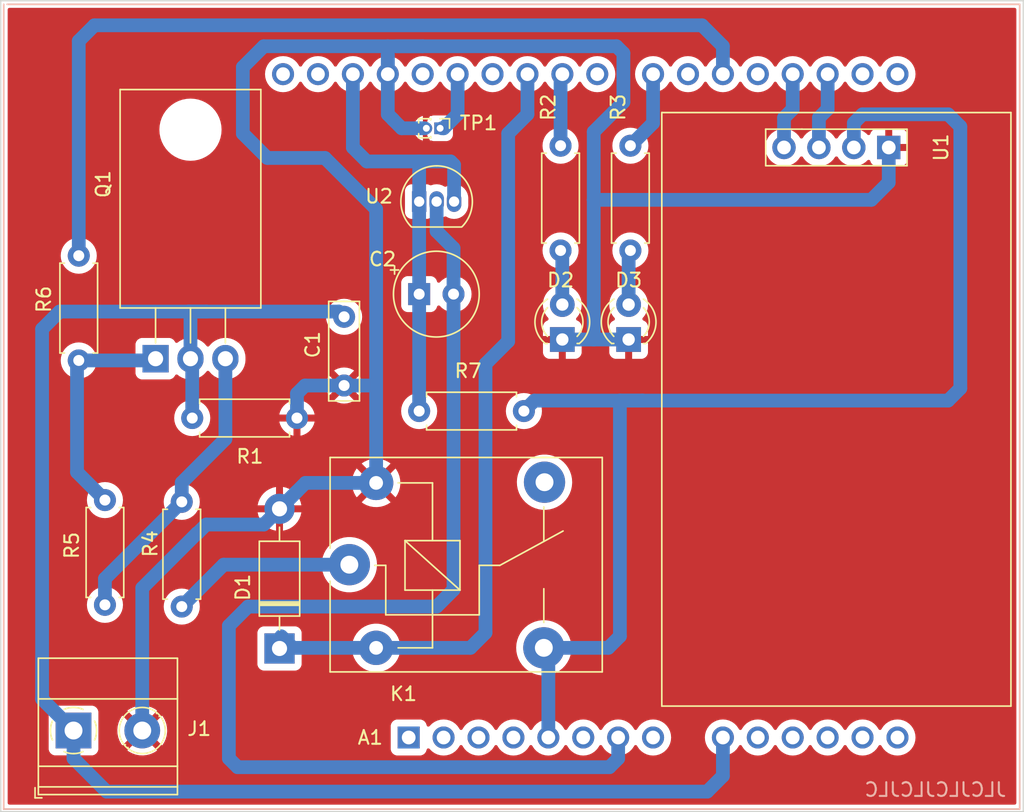
<source format=kicad_pcb>
(kicad_pcb (version 20211014) (generator pcbnew)

  (general
    (thickness 1.6)
  )

  (paper "A4")
  (layers
    (0 "F.Cu" signal)
    (31 "B.Cu" signal)
    (32 "B.Adhes" user "B.Adhesive")
    (33 "F.Adhes" user "F.Adhesive")
    (34 "B.Paste" user)
    (35 "F.Paste" user)
    (36 "B.SilkS" user "B.Silkscreen")
    (37 "F.SilkS" user "F.Silkscreen")
    (38 "B.Mask" user)
    (39 "F.Mask" user)
    (40 "Dwgs.User" user "User.Drawings")
    (41 "Cmts.User" user "User.Comments")
    (42 "Eco1.User" user "User.Eco1")
    (43 "Eco2.User" user "User.Eco2")
    (44 "Edge.Cuts" user)
    (45 "Margin" user)
    (46 "B.CrtYd" user "B.Courtyard")
    (47 "F.CrtYd" user "F.Courtyard")
    (48 "B.Fab" user)
    (49 "F.Fab" user)
  )

  (setup
    (pad_to_mask_clearance 0)
    (pcbplotparams
      (layerselection 0x00010fc_ffffffff)
      (disableapertmacros false)
      (usegerberextensions true)
      (usegerberattributes false)
      (usegerberadvancedattributes false)
      (creategerberjobfile false)
      (svguseinch false)
      (svgprecision 6)
      (excludeedgelayer true)
      (plotframeref false)
      (viasonmask false)
      (mode 1)
      (useauxorigin false)
      (hpglpennumber 1)
      (hpglpenspeed 20)
      (hpglpendiameter 15.000000)
      (dxfpolygonmode true)
      (dxfimperialunits true)
      (dxfusepcbnewfont true)
      (psnegative false)
      (psa4output false)
      (plotreference true)
      (plotvalue false)
      (plotinvisibletext false)
      (sketchpadsonfab false)
      (subtractmaskfromsilk true)
      (outputformat 1)
      (mirror false)
      (drillshape 0)
      (scaleselection 1)
      (outputdirectory "chargeur_piles_gerber")
    )
  )

  (net 0 "")
  (net 1 "Net-(A1-Pad17)")
  (net 2 "Net-(A1-Pad18)")
  (net 3 "Net-(A1-Pad20)")
  (net 4 "Net-(A1-Pad5)")
  (net 5 "Net-(A1-Pad22)")
  (net 6 "Net-(A1-Pad24)")
  (net 7 "Net-(A1-Pad9)")
  (net 8 "Net-(A1-Pad25)")
  (net 9 "GND")
  (net 10 "Net-(Q1-Pad1)")
  (net 11 "Net-(K1-Pad1)")
  (net 12 "Net-(Q1-Pad3)")
  (net 13 "Net-(D2-Pad2)")
  (net 14 "Net-(D3-Pad2)")
  (net 15 "Net-(A1-Pad7)")
  (net 16 "Net-(A1-Pad30)")
  (net 17 "Net-(A1-Pad27)")

  (footprint "Diode_THT:D_DO-41_SOD81_P10.16mm_Horizontal" (layer "F.Cu") (at 146.685 109.728 90))

  (footprint "Relay_THT:Relay_SPDT_SANYOU_SRD_Series_Form_C" (layer "F.Cu") (at 151.765 103.632))

  (footprint "kicad_chargeur_piles:Display_TM1637" (layer "F.Cu") (at 183.388 73.279 90))

  (footprint "LED_THT:LED_D3.0mm" (layer "F.Cu") (at 172.085 87.249 90))

  (footprint "LED_THT:LED_D3.0mm" (layer "F.Cu") (at 167.259 87.249 90))

  (footprint "Resistor_THT:R_Axial_DIN0207_L6.3mm_D2.5mm_P7.62mm_Horizontal" (layer "F.Cu") (at 172.212 73.152 -90))

  (footprint "Resistor_THT:R_Axial_DIN0207_L6.3mm_D2.5mm_P7.62mm_Horizontal" (layer "F.Cu") (at 167.132 73.152 -90))

  (footprint "TerminalBlock_Phoenix:TerminalBlock_Phoenix_MKDS-1,5-2_1x02_P5.00mm_Horizontal" (layer "F.Cu") (at 131.699 115.697))

  (footprint "Package_TO_SOT_THT:TO-220-3_Horizontal_TabDown" (layer "F.Cu") (at 137.668 88.646))

  (footprint "Resistor_THT:R_Axial_DIN0207_L6.3mm_D2.5mm_P7.62mm_Horizontal" (layer "F.Cu") (at 132.08 81.153 -90))

  (footprint "Resistor_THT:R_Axial_DIN0207_L6.3mm_D2.5mm_P7.62mm_Horizontal" (layer "F.Cu") (at 140.335 92.964))

  (footprint "Resistor_THT:R_Axial_DIN0207_L6.3mm_D2.5mm_P7.62mm_Horizontal" (layer "F.Cu") (at 139.573 106.68 90))

  (footprint "Resistor_THT:R_Axial_DIN0207_L6.3mm_D2.5mm_P7.62mm_Horizontal" (layer "F.Cu") (at 133.985 98.933 -90))

  (footprint "Capacitor_THT:C_Rect_L7.0mm_W2.0mm_P5.00mm" (layer "F.Cu") (at 151.384 85.598 -90))

  (footprint "Resistor_THT:R_Axial_DIN0207_L6.3mm_D2.5mm_P7.62mm_Horizontal" (layer "F.Cu") (at 164.465 92.456 180))

  (footprint "Capacitor_THT:CP_Radial_Tantal_D6.0mm_P2.50mm" (layer "F.Cu") (at 156.845 83.947))

  (footprint "Package_TO_SOT_THT:TO-92_Inline" (layer "F.Cu") (at 156.845 77.216))

  (footprint "Connector_PinHeader_1.00mm:PinHeader_1x02_P1.00mm_Vertical" (layer "F.Cu") (at 158.369 71.882 -90))

  (footprint "kicad_chargeur_piles:Arduino_UNO_R3" (layer "B.Cu") (at 156.083 116.205))

  (gr_rect (start 126.4 62.6) (end 200.8 121.6) (layer "Edge.Cuts") (width 0.1) (fill none) (tstamp 1ede90b2-8c8e-40bd-b2e4-9503f1ee4859))
  (gr_text "JLCJLCJLCJLC" (at 194.4 120) (layer "B.SilkS") (tstamp dafc1dc4-5bb4-44b8-9ac9-4294aeafb743)
    (effects (font (size 1 1) (thickness 0.15)) (justify mirror))
  )
  (gr_text "+ PILE -" (at 133.985 108.966) (layer "F.Fab") (tstamp 00000000-0000-0000-0000-000062448dfa)
    (effects (font (size 1.5 1.5) (thickness 0.3)))
  )
  (gr_text "Charge" (at 166.878 92.202 90) (layer "F.Fab") (tstamp 13e5fc7b-945e-458b-8dea-c83dbc8c9420)
    (effects (font (size 1.4 1.4) (thickness 0.3)))
  )
  (gr_text "Défaut" (at 171.958 92.202 90) (layer "F.Fab") (tstamp 36c11f2a-30e4-4499-b58a-15f8216fb06e)
    (effects (font (size 1.4 1.4) (thickness 0.3)))
  )

  (segment (start 185.928 71.12) (end 185.928 73.279) (width 1) (layer "B.Cu") (net 1) (tstamp 28ff867d-2f70-4db5-9867-36de4b767980))
  (segment (start 186.563 67.945) (end 186.563 70.485) (width 1) (layer "B.Cu") (net 1) (tstamp 434db5ef-bbc9-4df8-a2a8-40a4049429b8))
  (segment (start 186.563 70.485) (end 185.928 71.12) (width 1) (layer "B.Cu") (net 1) (tstamp 5afc27d0-eb64-4472-be31-8051cab60500))
  (segment (start 184.023 70.485) (end 183.388 71.12) (width 1) (layer "B.Cu") (net 2) (tstamp 0b11f89f-4ec9-42ac-b53b-ff1e29296c54))
  (segment (start 184.023 67.945) (end 184.023 70.485) (width 1) (layer "B.Cu") (net 2) (tstamp 82620fd8-716d-4bce-9ee4-728d7c7cdd5c))
  (segment (start 183.388 71.12) (end 183.388 73.279) (width 1) (layer "B.Cu") (net 2) (tstamp d6955d83-1493-456c-ad49-8e23731b5a91))
  (segment (start 178.943 65.913) (end 178.943 67.945) (width 1) (layer "B.Cu") (net 3) (tstamp 150745c2-7117-414d-9617-5bb82948ae97))
  (segment (start 177.419 64.389) (end 178.943 65.913) (width 1) (layer "B.Cu") (net 3) (tstamp 642e5f26-d58a-481a-9aa8-9ea7081ccdd9))
  (segment (start 133.223 64.389) (end 177.419 64.389) (width 1) (layer "B.Cu") (net 3) (tstamp 79f11e45-fca1-40d3-a139-d08a043d1f07))
  (segment (start 132.08 81.153) (end 132.08 65.532) (width 1) (layer "B.Cu") (net 3) (tstamp d6e75042-6468-4efd-a877-777617aa3461))
  (segment (start 132.08 65.532) (end 133.223 64.389) (width 1) (layer "B.Cu") (net 3) (tstamp ddec568c-c46e-4f11-a934-440b2df03034))
  (segment (start 196.215 90.805) (end 195.326 91.694) (width 1) (layer "B.Cu") (net 4) (tstamp 02b80a6c-9ace-4a3b-9a52-2ec4a2a28789))
  (segment (start 195.326 70.866) (end 196.215 71.755) (width 1) (layer "B.Cu") (net 4) (tstamp 04cdd3c2-f5f3-4db6-89fd-0dc92cdd3275))
  (segment (start 189.103 70.866) (end 195.326 70.866) (width 1) (layer "B.Cu") (net 4) (tstamp 04e6071e-3d6b-4d15-8848-09db1191461a))
  (segment (start 166.243 116.205) (end 166.243 110.01) (width 1) (layer "B.Cu") (net 4) (tstamp 05bdf75d-fbcd-400b-921d-ab6fd6737c47))
  (segment (start 173.101 91.694) (end 165.227 91.694) (width 1) (layer "B.Cu") (net 4) (tstamp 294004d8-599d-4788-9453-029b01dffd4c))
  (segment (start 173.101 91.694) (end 171.45 91.694) (width 1) (layer "B.Cu") (net 4) (tstamp 3a1c76dc-9187-4d7f-ba57-cf3340b12568))
  (segment (start 171.45 108.839) (end 171.45 91.694) (width 1) (layer "B.Cu") (net 4) (tstamp 5f862758-151d-49e9-afc9-77e21c12ab2f))
  (segment (start 188.468 73.279) (end 188.468 71.501) (width 1) (layer "B.Cu") (net 4) (tstamp 5f8f5ce1-ca1f-4990-90a5-d8df5fcea750))
  (segment (start 195.326 91.694) (end 173.101 91.694) (width 1) (layer "B.Cu") (net 4) (tstamp 64d357e3-07bf-4408-84d2-ba1cf9a13877))
  (segment (start 165.227 91.694) (end 164.465 92.456) (width 1) (layer "B.Cu") (net 4) (tstamp 7e4d0370-d586-4bf4-ab42-5afd41b4978a))
  (segment (start 170.607 109.682) (end 171.45 108.839) (width 1) (layer "B.Cu") (net 4) (tstamp ae6de280-5a91-4648-9145-4fd1200fb03f))
  (segment (start 188.468 71.501) (end 189.103 70.866) (width 1) (layer "B.Cu") (net 4) (tstamp c6e482b1-a163-4ee2-95c0-fbfd4b189022))
  (segment (start 196.215 71.755) (end 196.215 90.805) (width 1) (layer "B.Cu") (net 4) (tstamp c86faff5-acf2-4ea3-bade-edb430bd7b9f))
  (segment (start 166.243 110.01) (end 165.915 109.682) (width 1) (layer "B.Cu") (net 4) (tstamp c8ccdb7d-1b9d-49d7-bdb7-02a7c6a788e5))
  (segment (start 165.915 109.682) (end 170.607 109.682) (width 1) (layer "B.Cu") (net 4) (tstamp efaa19f5-44cb-4641-9765-d558654b106a))
  (segment (start 172.212 73.152) (end 173.863 71.501) (width 1) (layer "B.Cu") (net 5) (tstamp b83b95a9-0b26-4252-8697-66302c4025e7))
  (segment (start 173.863 71.501) (end 173.863 67.945) (width 1) (layer "B.Cu") (net 5) (tstamp c8aceafa-4dbc-448b-aa6a-ea8c0093efa5))
  (segment (start 167.132 68.076) (end 167.263 67.945) (width 1) (layer "B.Cu") (net 6) (tstamp ad473472-ddc5-4a62-ab2b-26af7c56eec1))
  (segment (start 167.132 73.152) (end 167.132 68.076) (width 1) (layer "B.Cu") (net 6) (tstamp f8ffca83-a86c-4a58-948c-2ec25998a0e9))
  (segment (start 141.351 85.217) (end 151.003 85.217) (width 1) (layer "B.Cu") (net 7) (tstamp 0b13c4e1-c39b-4b32-b3b1-33d7806edb83))
  (segment (start 129.413 113.411) (end 131.699 115.697) (width 1) (layer "B.Cu") (net 7) (tstamp 245e24b8-6f69-4945-919b-befbb4756ac2))
  (segment (start 177.8 120.142) (end 178.943 118.999) (width 1) (layer "B.Cu") (net 7) (tstamp 2a961c79-236b-4c50-8af0-de45bbb3d124))
  (segment (start 131.699 117.729) (end 134.112 120.142) (width 1) (layer "B.Cu") (net 7) (tstamp 3ae45cde-2f66-4648-86af-fdbb3e733a45))
  (segment (start 141.351 85.217) (end 130.683 85.217) (width 1) (layer "B.Cu") (net 7) (tstamp 44968d71-f370-4aea-8a05-86e1f11b77c0))
  (segment (start 129.413 86.487) (end 129.413 113.411) (width 1) (layer "B.Cu") (net 7) (tstamp 58d93802-f702-40b7-8cde-c973c90469df))
  (segment (start 178.943 118.999) (end 178.943 116.205) (width 1) (layer "B.Cu") (net 7) (tstamp 5af25360-2780-44b0-bb33-51b7ffc33c8f))
  (segment (start 140.208 85.344) (end 140.081 85.217) (width 1) (layer "B.Cu") (net 7) (tstamp 65d77c75-d12e-4e80-b1a2-1e0dece58670))
  (segment (start 140.335 92.964) (end 140.335 88.773) (width 1) (layer "B.Cu") (net 7) (tstamp 73068916-c147-469a-b1b1-8b965274c413))
  (segment (start 151.003 85.217) (end 151.384 85.598) (width 1) (layer "B.Cu") (net 7) (tstamp 7ecc0249-5bc1-4ad9-8b8b-204ae9fbb02d))
  (segment (start 130.683 85.217) (end 129.413 86.487) (width 1) (layer "B.Cu") (net 7) (tstamp 9182484b-068e-4ce4-bc1c-fd9c0d48bc42))
  (segment (start 134.112 120.142) (end 177.8 120.142) (width 1) (layer "B.Cu") (net 7) (tstamp 9498f1ae-3386-4d83-87c2-ea53dadab262))
  (segment (start 131.699 115.697) (end 131.699 117.729) (width 1) (layer "B.Cu") (net 7) (tstamp b3a1c996-2760-4a5d-a32d-31af1edb675a))
  (segment (start 140.081 85.217) (end 141.351 85.217) (width 1) (layer "B.Cu") (net 7) (tstamp bdc25ae7-a5a2-4a16-b11b-9f5f2e1d70b1))
  (segment (start 140.335 88.773) (end 140.208 88.646) (width 1) (layer "B.Cu") (net 7) (tstamp e38228b8-f570-4323-92a4-94a583d77fda))
  (segment (start 140.208 88.646) (end 140.208 85.344) (width 1) (layer "B.Cu") (net 7) (tstamp e4cfac10-69ea-430e-b0ca-d2f982ec658e))
  (segment (start 153.715 109.682) (end 147.655 109.682) (width 1) (layer "B.Cu") (net 8) (tstamp 060c080c-768b-4202-ba3a-cde632a17c3b))
  (segment (start 163.322 87.376) (end 163.322 72.263) (width 1) (layer "B.Cu") (net 8) (tstamp 4714f0ec-8f4b-4ff4-9f1b-1c48ba2978c0))
  (segment (start 153.715 109.682) (end 160.574 109.682) (width 1) (layer "B.Cu") (net 8) (tstamp 6597315b-41d3-4f60-89fc-64db10289169))
  (segment (start 164.723 70.862) (end 164.723 67.945) (width 1) (layer "B.Cu") (net 8) (tstamp 69016412-1b09-4e89-bc3a-c55feb67e3a2))
  (segment (start 160.574 109.682) (end 161.671 108.585) (width 1) (layer "B.Cu") (net 8) (tstamp 7ece7ddf-e686-4f77-8c7b-86ed084c3c78))
  (segment (start 147.655 109.682) (end 146.812 108.839) (width 1) (layer "B.Cu") (net 8) (tstamp b8a187dc-08c1-47bd-93e6-f60c68141c13))
  (segment (start 161.671 108.585) (end 161.671 89.027) (width 1) (layer "B.Cu") (net 8) (tstamp bf9d7174-241e-447d-aa7b-e9e249f0ee5a))
  (segment (start 163.322 72.263) (end 164.723 70.862) (width 1) (layer "B.Cu") (net 8) (tstamp d178091d-0b0d-4844-ac20-49b11f0ff03c))
  (segment (start 161.671 89.027) (end 163.322 87.376) (width 1) (layer "B.Cu") (net 8) (tstamp db76a492-e672-4dba-bea7-c36487286d56))
  (segment (start 191.008 75.819) (end 189.738 77.089) (width 1) (layer "B.Cu") (net 9) (tstamp 02132cb4-54e8-4416-833f-5bf6af50d9c7))
  (segment (start 144.018 72.263) (end 144.018 67.437) (width 1) (layer "B.Cu") (net 9) (tstamp 10567ef6-5d6c-4204-9c78-4e043ed6b1be))
  (segment (start 153.623 90.598) (end 153.715 90.506) (width 1) (layer "B.Cu") (net 9) (tstamp 11b7ce2b-2202-46b8-a0b9-71b7244c9a78))
  (segment (start 191.008 73.279) (end 191.008 75.819) (width 1) (layer "B.Cu") (net 9) (tstamp 1225cf11-428c-4935-a428-9817787f3cb2))
  (segment (start 147.955 92.964) (end 147.955 91.186) (width 1) (layer "B.Cu") (net 9) (tstamp 177148f9-8f0f-4982-8a97-c338508c403f))
  (segment (start 147.955 91.186) (end 148.543 90.598) (width 1) (layer "B.Cu") (net 9) (tstamp 17bffe97-bc29-4dff-95c8-7047dcee4c5d))
  (segment (start 154.563 66.552) (end 154.559 66.548) (width 1) (layer "B.Cu") (net 9) (tstamp 185002d4-4349-49e5-a273-f9f8d497ca79))
  (segment (start 154.563 70.862) (end 154.94 71.239) (width 1) (layer "B.Cu") (net 9) (tstamp 1ace960f-743d-4336-9cc3-ceb066bf1d33))
  (segment (start 145.542 100.711) (end 141.351 100.711) (width 1) (layer "B.Cu") (net 9) (tstamp 22118e52-409e-4197-8203-c3f5c254b4a8))
  (segment (start 145.796 74.041) (end 144.018 72.263) (width 1) (layer "B.Cu") (net 9) (tstamp 2f6c54ce-96a3-45fc-af26-e51da34ff8af))
  (segment (start 167.259 87.249) (end 169.545 87.249) (width 1) (layer "B.Cu") (net 9) (tstamp 3288488f-52fa-4b11-80cf-bfa08d6d999e))
  (segment (start 169.545 77.089) (end 169.545 87.249) (width 1) (layer "B.Cu") (net 9) (tstamp 33d9a8cf-31ed-405a-9422-9faebf8878bc))
  (segment (start 151.384 90.598) (end 153.623 90.598) (width 1) (layer "B.Cu") (net 9) (tstamp 38e927a7-fbed-43df-be40-29a27a48e201))
  (segment (start 171.704 66.421) (end 171.704 69.977) (width 1) (layer "B.Cu") (net 9) (tstamp 3c2f55c3-e552-49e6-a345-d7b9fdb60171))
  (segment (start 154.94 71.247) (end 155.575 71.882) (width 1) (layer "B.Cu") (net 9) (tstamp 419fd244-d44d-49e3-8e21-9ac7623a9cc0))
  (segment (start 148.543 90.598) (end 151.384 90.598) (width 1) (layer "B.Cu") (net 9) (tstamp 51b56a34-3925-4bcb-9a62-a4235930105b))
  (segment (start 153.715 77.769) (end 149.987 74.041) (width 1) (layer "B.Cu") (net 9) (tstamp 5b6c41c9-834f-4f98-8538-b5842425a2b3))
  (segment (start 169.545 87.249) (end 172.085 87.249) (width 1) (layer "B.Cu") (net 9) (tstamp 5ba1ac85-70d2-44a6-b34d-f4dda5577bcd))
  (segment (start 154.94 71.239) (end 154.94 71.247) (width 1) (layer "B.Cu") (net 9) (tstamp 62f3a1ec-ab57-4298-95f2-d6257c1f4a8e))
  (segment (start 157.099 65.913) (end 171.196 65.913) (width 1) (layer "B.Cu") (net 9) (tstamp 64325fca-6a80-47a9-bb75-6d3a4ba84407))
  (segment (start 154.559 65.913) (end 154.559 66.548) (width 1) (layer "B.Cu") (net 9) (tstamp 6697032f-fc3c-453b-9c1d-49bdea125250))
  (segment (start 147.955 98.298) (end 146.685 99.568) (width 1) (layer "B.Cu") (net 9) (tstamp 66f7278d-9166-450e-85a4-99ad54275601))
  (segment (start 171.704 69.977) (end 169.545 72.136) (width 1) (layer "B.Cu") (net 9) (tstamp 6ac23e8d-3048-4f07-a4f3-5bfc68e8c092))
  (segment (start 155.194 65.913) (end 157.099 65.913) (width 1) (layer "B.Cu") (net 9) (tstamp 6df7b6ee-11df-405a-a3df-464c70bca063))
  (segment (start 144.018 67.437) (end 145.542 65.913) (width 1) (layer "B.Cu") (net 9) (tstamp 6f0d0817-4305-4493-9b53-68e7055024b0))
  (segment (start 140.716 101.346) (end 140.683 101.346) (width 1) (layer "B.Cu") (net 9) (tstamp 722490a4-22e4-42e7-93df-44a509fb7d28))
  (segment (start 154.563 67.945) (end 154.563 70.862) (width 1) (layer "B.Cu") (net 9) (tstamp 887d568b-5bf2-47ac-9115-013da04c8703))
  (segment (start 149.987 74.041) (end 145.796 74.041) (width 1) (layer "B.Cu") (net 9) (tstamp 8c6970c9-8528-4787-b893-5feacb6e1304))
  (segment (start 169.545 72.136) (end 169.545 77.089) (width 1) (layer "B.Cu") (net 9) (tstamp 9e539c59-6346-4901-bd6a-7dc90968b8dc))
  (segment (start 157.099 65.913) (end 154.559 65.913) (width 1) (layer "B.Cu") (net 9) (tstamp a03dfce1-346c-4044-a2ce-ca449db813c8))
  (segment (start 189.738 77.089) (end 169.545 77.089) (width 1) (layer "B.Cu") (net 9) (tstamp a4de59ef-b1a0-4ee0-8d22-5a9d04a86858))
  (segment (start 141.351 100.711) (end 140.716 101.346) (width 1) (layer "B.Cu") (net 9) (tstamp a939f359-12fd-4fec-b219-1311b835b030))
  (segment (start 153.715 97.682) (end 153.715 90.506) (width 1) (layer "B.Cu") (net 9) (tstamp b159d518-66c9-41e6-95d9-8e2fe3d1e170))
  (segment (start 146.685 99.568) (end 145.542 100.711) (width 1) (layer "B.Cu") (net 9) (tstamp b2f8add0-dc97-44b8-af3e-d3795153fd9e))
  (segment (start 153.715 90.506) (end 153.715 77.769) (width 1) (layer "B.Cu") (net 9) (tstamp bd88b8ae-94ec-4f01-a02d-1c2ede5335ce))
  (segment (start 136.699 105.33) (end 136.699 115.697) (width 1) (layer "B.Cu") (net 9) (tstamp c7c2910e-da57-416f-a8c1-da1266186580))
  (segment (start 171.196 65.913) (end 171.704 66.421) (width 1) (layer "B.Cu") (net 9) (tstamp c9ab3aec-242e-41c2-b166-94dff047d4f7))
  (segment (start 140.683 101.346) (end 136.699 105.33) (width 1) (layer "B.Cu") (net 9) (tstamp cf5bcdde-b78a-4390-8fe2-addd2a0ea00b))
  (segment (start 155.575 71.882) (end 157.243999 71.882) (width 1) (layer "B.Cu") (net 9) (tstamp d01a1cba-43b8-4b5a-9986-ca75404fad1e))
  (segment (start 153.715 97.682) (end 148.571 97.682) (width 1) (layer "B.Cu") (net 9) (tstamp dda49b21-4dd3-4e8a-9d4a-85153c77233d))
  (segment (start 148.571 97.682) (end 146.685 99.568) (width 1) (layer "B.Cu") (net 9) (tstamp df098ebb-6753-486b-9fca-3a569d753e07))
  (segment (start 145.542 65.913) (end 154.559 65.913) (width 1) (layer "B.Cu") (net 9) (tstamp f44548a4-2596-4583-9353-79511e3a86dc))
  (segment (start 154.563 67.945) (end 154.563 66.544) (width 1) (layer "B.Cu") (net 9) (tstamp fc228f37-e30a-4ae5-9295-55ab57c236b2))
  (segment (start 154.563 67.945) (end 154.563 66.552) (width 1) (layer "B.Cu") (net 9) (tstamp ff973e3c-abf4-47ff-88fa-70f490087101))
  (segment (start 131.953 96.901) (end 131.953 88.9) (width 1) (layer "B.Cu") (net 10) (tstamp 16cb0b0e-5228-4fe4-b0c8-318281e267c2))
  (segment (start 133.985 98.933) (end 131.953 96.901) (width 1) (layer "B.Cu") (net 10) (tstamp 1a55e766-04a6-4fbb-ab5e-d3f5922ea1bc))
  (segment (start 137.541 88.773) (end 137.668 88.646) (width 1) (layer "B.Cu") (net 10) (tstamp b1d44735-de6a-407f-8761-6caacb321f00))
  (segment (start 132.08 88.773) (end 137.541 88.773) (width 1) (layer "B.Cu") (net 10) (tstamp bd7f6585-395f-4516-a315-2accd27f9bc7))
  (segment (start 131.953 88.9) (end 132.08 88.773) (width 1) (layer "B.Cu") (net 10) (tstamp c0a2fe72-5e38-4b73-93ef-62b27577e2dc))
  (segment (start 142.621 103.632) (end 151.765 103.632) (width 1) (layer "B.Cu") (net 11) (tstamp 83d96da2-3847-4d8d-b0d0-234c8a3abfde))
  (segment (start 139.573 106.68) (end 142.621 103.632) (width 1) (layer "B.Cu") (net 11) (tstamp cab92e7f-c930-4a05-a0ff-e2dc17b22a97))
  (segment (start 139.573 99.06) (end 139.573 97.663) (width 1) (layer "B.Cu") (net 12) (tstamp 0aa2d383-1bdd-4dcb-b0d1-699efad1e260))
  (segment (start 139.573 97.663) (end 142.748 94.488) (width 1) (layer "B.Cu") (net 12) (tstamp 1cbb50a0-15c0-44ab-a4f4-9c88a35f3dc5))
  (segment (start 133.985 106.553) (end 133.985 104.648) (width 1) (layer "B.Cu") (net 12) (tstamp 5a6287cc-e2c6-4796-ac1a-100d7e922017))
  (segment (start 133.985 104.648) (end 139.573 99.06) (width 1) (layer "B.Cu") (net 12) (tstamp 9f30d468-47c0-4633-896e-707b66bc8332))
  (segment (start 142.748 94.488) (end 142.748 88.646) (width 1) (layer "B.Cu") (net 12) (tstamp d1f567e5-4a0e-4704-9a1a-47611a6a97b8))
  (segment (start 167.259 80.899) (end 167.132 80.772) (width 1) (layer "B.Cu") (net 13) (tstamp 3f6d185e-f550-440a-899d-361dc95bf216))
  (segment (start 167.259 84.709) (end 167.259 80.899) (width 1) (layer "B.Cu") (net 13) (tstamp e4b7cff2-d883-48bd-82a9-00ecae128736))
  (segment (start 172.085 80.899) (end 172.212 80.772) (width 1) (layer "B.Cu") (net 14) (tstamp 97e39d73-5296-4edc-b75a-073e8d95324f))
  (segment (start 172.085 84.709) (end 172.085 80.899) (width 1) (layer "B.Cu") (net 14) (tstamp ef00bf81-62fd-48b2-9acb-08e196f412f8))
  (segment (start 158.115 79.375) (end 159.345 80.605) (width 1) (layer "B.Cu") (net 15) (tstamp 00000000-0000-0000-0000-000062544926))
  (segment (start 158.115 77.216) (end 158.115 79.375) (width 1) (layer "B.Cu") (net 15) (tstamp 00000000-0000-0000-0000-000062544929))
  (segment (start 159.345 80.605) (end 159.345 83.947) (width 1) (layer "B.Cu") (net 15) (tstamp 00000000-0000-0000-0000-000062544965))
  (segment (start 143.002 117.729) (end 143.002 108.077) (width 1) (layer "B.Cu") (net 15) (tstamp 0fb4b634-f20b-4d9a-b454-341527c4648c))
  (segment (start 171.323 116.205) (end 171.323 117.729) (width 1) (layer "B.Cu") (net 15) (tstamp 35994bfd-8c30-4e24-91f4-5e25fa06b3df))
  (segment (start 171.323 117.729) (end 170.688 118.364) (width 1) (layer "B.Cu") (net 15) (tstamp 46bf2ce1-315b-4eab-888d-0c57051708e5))
  (segment (start 144.399 106.68) (end 158.115 106.68) (width 1) (layer "B.Cu") (net 15) (tstamp 652c6842-347e-4901-affd-e00bf28b84c7))
  (segment (start 158.115 106.68) (end 159.345 105.45) (width 1) (layer "B.Cu") (net 15) (tstamp 6d33f9a0-5382-469d-ab4b-1fa6875f9bdd))
  (segment (start 159.345 105.45) (end 159.345 83.947) (width 1) (layer "B.Cu") (net 15) (tstamp 8a73140c-9fba-4ac8-bd92-4be01af71307))
  (segment (start 143.002 108.077) (end 144.399 106.68) (width 1) (layer "B.Cu") (net 15) (tstamp 973bc7aa-b1d2-4ca0-962a-af11e0584441))
  (segment (start 170.688 118.364) (end 143.637 118.364) (width 1) (layer "B.Cu") (net 15) (tstamp a8249370-66a6-4cb0-9909-0e5a16887cb6))
  (segment (start 143.637 118.364) (end 143.002 117.729) (width 1) (layer "B.Cu") (net 15) (tstamp f0ddf170-75b9-4c94-8fda-3268a8b6e44d))
  (segment (start 159.131 74.295) (end 156.845 74.295) (width 1) (layer "B.Cu") (net 16) (tstamp 00000000-0000-0000-0000-000062544920))
  (segment (start 156.845 77.216) (end 156.845 74.295) (width 1) (layer "B.Cu") (net 16) (tstamp 00000000-0000-0000-0000-000062544923))
  (segment (start 159.385 77.216) (end 159.385 74.549) (width 1) (layer "B.Cu") (net 16) (tstamp 00000000-0000-0000-0000-00006254495f))
  (segment (start 159.385 74.549) (end 159.131 74.295) (width 1) (layer "B.Cu") (net 16) (tstamp 00000000-0000-0000-0000-000062544962))
  (segment (start 156.845 83.947) (end 156.845 77.216) (width 1) (layer "B.Cu") (net 16) (tstamp 00000000-0000-0000-0000-000062544968))
  (segment (start 152.023 67.945) (end 152.023 73.283) (width 1) (layer "B.Cu") (net 16) (tstamp 04f14a84-c358-478c-b961-db0f0780d93f))
  (segment (start 153.035 74.295) (end 156.845 74.295) (width 1) (layer "B.Cu") (net 16) (tstamp 13baf0e0-b6df-4f70-a306-ef4249f2819e))
  (segment (start 156.845 83.947) (end 156.845 92.456) (width 1) (layer "B.Cu") (net 16) (tstamp 20307bb2-bb0a-439b-89ee-216a65a45f5a))
  (segment (start 152.023 73.283) (end 153.035 74.295) (width 1) (layer "B.Cu") (net 16) (tstamp 222d863e-ad22-4b2e-9209-5c005c3ea788))
  (segment (start 158.623 71.882) (end 158.494001 71.882) (width 1) (layer "B.Cu") (net 17) (tstamp 3c085010-f4a5-47e1-8934-1d91bd9a53c7))
  (segment (start 159.643 67.945) (end 159.643 70.862) (width 1) (layer "B.Cu") (net 17) (tstamp 45c8c8d1-7203-4e66-89e3-2a26fd425d94))
  (segment (start 159.643 70.862) (end 158.623 71.882) (width 1) (layer "B.Cu") (net 17) (tstamp 4e71b559-c0db-4450-97bc-30bfe9107285))

  (zone (net 9) (net_name "GND") (layer "F.Cu") (tstamp 04514622-c64f-469d-a431-4f17de13a770) (hatch edge 0.508)
    (connect_pads (clearance 0.508))
    (min_thickness 0.254) (filled_areas_thickness no)
    (fill yes (thermal_gap 0.508) (thermal_bridge_width 0.508))
    (polygon
      (pts
        (xy 200.406 121.158)
        (xy 126.873 121.158)
        (xy 126.873 63.119)
        (xy 200.406 63.119)
      )
    )
    (filled_polygon
      (layer "F.Cu")
      (pts
        (xy 200.234121 63.139002)
        (xy 200.280614 63.192658)
        (xy 200.292 63.245)
        (xy 200.292 120.966)
        (xy 200.271998 121.034121)
        (xy 200.218342 121.080614)
        (xy 200.166 121.092)
        (xy 127.034 121.092)
        (xy 126.965879 121.071998)
        (xy 126.919386 121.018342)
        (xy 126.908 120.966)
        (xy 126.908 117.045134)
        (xy 129.8905 117.045134)
        (xy 129.897255 117.107316)
        (xy 129.948385 117.243705)
        (xy 130.035739 117.360261)
        (xy 130.152295 117.447615)
        (xy 130.288684 117.498745)
        (xy 130.350866 117.5055)
        (xy 133.047134 117.5055)
        (xy 133.109316 117.498745)
        (xy 133.245705 117.447615)
        (xy 133.362261 117.360261)
        (xy 133.449615 117.243705)
        (xy 133.487778 117.141906)
        (xy 135.618839 117.141906)
        (xy 135.627553 117.153427)
        (xy 135.734452 117.231809)
        (xy 135.742351 117.236745)
        (xy 135.971905 117.357519)
        (xy 135.980454 117.361236)
        (xy 136.225327 117.446749)
        (xy 136.234336 117.449163)
        (xy 136.489166 117.497544)
        (xy 136.498423 117.498598)
        (xy 136.757607 117.508783)
        (xy 136.766921 117.508457)
        (xy 137.024753 117.48022)
        (xy 137.03393 117.478519)
        (xy 137.284758 117.412481)
        (xy 137.293574 117.409445)
        (xy 137.53188 117.307062)
        (xy 137.540167 117.302748)
        (xy 137.760718 117.166266)
        (xy 137.768268 117.16078)
        (xy 137.773559 117.156301)
        (xy 137.781997 117.143497)
        (xy 137.775935 117.133145)
        (xy 137.695924 117.053134)
        (xy 154.7745 117.053134)
        (xy 154.781255 117.115316)
        (xy 154.832385 117.251705)
        (xy 154.919739 117.368261)
        (xy 155.036295 117.455615)
        (xy 155.172684 117.506745)
        (xy 155.234866 117.5135)
        (xy 156.931134 117.5135)
        (xy 156.993316 117.506745)
        (xy 157.129705 117.455615)
        (xy 157.246261 117.368261)
        (xy 157.333615 117.251705)
        (xy 157.384745 117.115316)
        (xy 157.385917 117.104526)
        (xy 157.386803 117.102394)
        (xy 157.387425 117.099778)
        (xy 157.387848 117.099879)
        (xy 157.413155 117.038965)
        (xy 157.471517 116.998537)
        (xy 157.542471 116.996078)
        (xy 157.60349 117.032371)
        (xy 157.610489 117.041031)
        (xy 157.613643 117.044789)
        (xy 157.616802 117.0493)
        (xy 157.7787 117.211198)
        (xy 157.783208 117.214355)
        (xy 157.783211 117.214357)
        (xy 157.835387 117.250891)
        (xy 157.966251 117.342523)
        (xy 157.971233 117.344846)
        (xy 157.971238 117.344849)
        (xy 158.116277 117.412481)
        (xy 158.173757 117.439284)
        (xy 158.179065 117.440706)
        (xy 158.179067 117.440707)
        (xy 158.389598 117.497119)
        (xy 158.3896 117.497119)
        (xy 158.394913 117.498543)
        (xy 158.623 117.518498)
        (xy 158.851087 117.498543)
        (xy 158.8564 117.497119)
        (xy 158.856402 117.497119)
        (xy 159.066933 117.440707)
        (xy 159.066935 117.440706)
        (xy 159.072243 117.439284)
        (xy 159.129723 117.412481)
        (xy 159.274762 117.344849)
        (xy 159.274767 117.344846)
        (xy 159.279749 117.342523)
        (xy 159.410613 117.250891)
        (xy 159.462789 117.214357)
        (xy 159.462792 117.214355)
        (xy 159.4673 117.211198)
        (xy 159.629198 117.0493)
        (xy 159.760523 116.861749)
        (xy 159.762846 116.856767)
        (xy 159.762849 116.856762)
        (xy 159.778805 116.822543)
        (xy 159.825722 116.769258)
        (xy 159.893999 116.749797)
        (xy 159.961959 116.770339)
        (xy 160.007195 116.822543)
        (xy 160.023151 116.856762)
        (xy 160.023154 116.856767)
        (xy 160.025477 116.861749)
        (xy 160.156802 117.0493)
        (xy 160.3187 117.211198)
        (xy 160.323208 117.214355)
        (xy 160.323211 117.214357)
        (xy 160.375387 117.250891)
        (xy 160.506251 117.342523)
        (xy 160.511233 117.344846)
        (xy 160.511238 117.344849)
        (xy 160.656277 117.412481)
        (xy 160.713757 117.439284)
        (xy 160.719065 117.440706)
        (xy 160.719067 117.440707)
        (xy 160.929598 117.497119)
        (xy 160.9296 117.497119)
        (xy 160.934913 117.498543)
        (xy 161.163 117.518498)
        (xy 161.391087 117.498543)
        (xy 161.3964 117.497119)
        (xy 161.396402 117.497119)
        (xy 161.606933 117.440707)
        (xy 161.606935 117.440706)
        (xy 161.612243 117.439284)
        (xy 161.669723 117.412481)
        (xy 161.814762 117.344849)
        (xy 161.814767 117.344846)
        (xy 161.819749 117.342523)
        (xy 161.950613 117.250891)
        (xy 162.002789 117.214357)
        (xy 162.002792 117.214355)
        (xy 162.0073 117.211198)
        (xy 162.169198 117.0493)
        (xy 162.300523 116.861749)
        (xy 162.302846 116.856767)
        (xy 162.302849 116.856762)
        (xy 162.318805 116.822543)
        (xy 162.365722 116.769258)
        (xy 162.433999 116.749797)
        (xy 162.501959 116.770339)
        (xy 162.547195 116.822543)
        (xy 162.563151 116.856762)
        (xy 162.563154 116.856767)
        (xy 162.565477 116.861749)
        (xy 162.696802 117.0493)
        (xy 162.8587 117.211198)
        (xy 162.863208 117.214355)
        (xy 162.863211 117.214357)
        (xy 162.915387 117.250891)
        (xy 163.046251 117.342523)
        (xy 163.051233 117.344846)
        (xy 163.051238 117.344849)
        (xy 163.196277 117.412481)
        (xy 163.253757 117.439284)
        (xy 163.259065 117.440706)
        (xy 163.259067 117.440707)
        (xy 163.469598 117.497119)
        (xy 163.4696 117.497119)
        (xy 163.474913 117.498543)
        (xy 163.703 117.518498)
        (xy 163.931087 117.498543)
        (xy 163.9364 117.497119)
        (xy 163.936402 117.497119)
        (xy 164.146933 117.440707)
        (xy 164.146935 117.440706)
        (xy 164.152243 117.439284)
        (xy 164.209723 117.412481)
        (xy 164.354762 117.344849)
        (xy 164.354767 117.344846)
        (xy 164.359749 117.342523)
        (xy 164.490613 117.250891)
        (xy 164.542789 117.214357)
        (xy 164.542792 117.214355)
        (xy 164.5473 117.211198)
        (xy 164.709198 117.0493)
        (xy 164.840523 116.861749)
        (xy 164.842846 116.856767)
        (xy 164.842849 116.856762)
        (xy 164.858805 116.822543)
        (xy 164.905722 116.769258)
        (xy 164.973999 116.749797)
        (xy 165.041959 116.770339)
        (xy 165.087195 116.822543)
        (xy 165.103151 116.856762)
        (xy 165.103154 116.856767)
        (xy 165.105477 116.861749)
        (xy 165.236802 117.0493)
        (xy 165.3987 117.211198)
        (xy 165.403208 117.214355)
        (xy 165.403211 117.214357)
        (xy 165.455387 117.250891)
        (xy 165.586251 117.342523)
        (xy 165.591233 117.344846)
        (xy 165.591238 117.344849)
        (xy 165.736277 117.412481)
        (xy 165.793757 117.439284)
        (xy 165.799065 117.440706)
        (xy 165.799067 117.440707)
        (xy 166.009598 117.497119)
        (xy 166.0096 117.497119)
        (xy 166.014913 117.498543)
        (xy 166.243 117.518498)
        (xy 166.471087 117.498543)
        (xy 166.4764 117.497119)
        (xy 166.476402 117.497119)
        (xy 166.686933 117.440707)
        (xy 166.686935 117.440706)
        (xy 166.692243 117.439284)
        (xy 166.749723 117.412481)
        (xy 166.894762 117.344849)
        (xy 166.894767 117.344846)
        (xy 166.899749 117.342523)
        (xy 167.030613 117.250891)
        (xy 167.082789 117.214357)
        (xy 167.082792 117.214355)
        (xy 167.0873 117.211198)
        (xy 167.249198 117.0493)
        (xy 167.380523 116.861749)
        (xy 167.382846 116.856767)
        (xy 167.382849 116.856762)
        (xy 167.398805 116.822543)
        (xy 167.445722 116.769258)
        (xy 167.513999 116.749797)
        (xy 167.581959 116.770339)
        (xy 167.627195 116.822543)
        (xy 167.643151 116.856762)
        (xy 167.643154 116.856767)
        (xy 167.645477 116.861749)
        (xy 167.776802 117.0493)
        (xy 167.9387 117.211198)
        (xy 167.943208 117.214355)
        (xy 167.943211 117.214357)
        (xy 167.995387 117.250891)
        (xy 168.126251 117.342523)
        (xy 168.131233 117.344846)
        (xy 168.131238 117.344849)
        (xy 168.276277 117.412481)
        (xy 168.333757 117.439284)
        (xy 168.339065 117.440706)
        (xy 168.339067 117.440707)
        (xy 168.549598 117.497119)
        (xy 168.5496 117.497119)
        (xy 168.554913 117.498543)
        (xy 168.783 117.518498)
        (xy 169.011087 117.498543)
        (xy 169.0164 117.497119)
        (xy 169.016402 117.497119)
        (xy 169.226933 117.440707)
        (xy 169.226935 117.440706)
        (xy 169.232243 117.439284)
        (xy 169.289723 117.412481)
        (xy 169.434762 117.344849)
        (xy 169.434767 117.344846)
        (xy 169.439749 117.342523)
        (xy 169.570613 117.250891)
        (xy 169.622789 117.214357)
        (xy 169.622792 117.214355)
        (xy 169.6273 117.211198)
        (xy 169.789198 117.0493)
        (xy 169.920523 116.861749)
        (xy 169.922846 116.856767)
        (xy 169.922849 116.856762)
        (xy 169.938805 116.822543)
        (xy 169.985722 116.769258)
        (xy 170.053999 116.749797)
        (xy 170.121959 116.770339)
        (xy 170.167195 116.822543)
        (xy 170.183151 116.856762)
        (xy 170.183154 116.856767)
        (xy 170.185477 116.861749)
        (xy 170.316802 117.0493)
        (xy 170.4787 117.211198)
        (xy 170.483208 117.214355)
        (xy 170.483211 117.214357)
        (xy 170.535387 117.250891)
        (xy 170.666251 117.342523)
        (xy 170.671233 117.344846)
        (xy 170.671238 117.344849)
        (xy 170.816277 117.412481)
        (xy 170.873757 117.439284)
        (xy 170.879065 117.440706)
        (xy 170.879067 117.440707)
        (xy 171.089598 117.497119)
        (xy 171.0896 117.497119)
        (xy 171.094913 117.498543)
        (xy 171.323 117.518498)
        (xy 171.551087 117.498543)
        (xy 171.5564 117.497119)
        (xy 171.556402 117.497119)
        (xy 171.766933 117.440707)
        (xy 171.766935 117.440706)
        (xy 171.772243 117.439284)
        (xy 171.829723 117.412481)
        (xy 171.974762 117.344849)
        (xy 171.974767 117.344846)
        (xy 171.979749 117.342523)
        (xy 172.110613 117.250891)
        (xy 172.162789 117.214357)
        (xy 172.162792 117.214355)
        (xy 172.1673 117.211198)
        (xy 172.329198 117.0493)
        (xy 172.460523 116.861749)
        (xy 172.462846 116.856767)
        (xy 172.462849 116.856762)
        (xy 172.478805 116.822543)
        (xy 172.525722 116.769258)
        (xy 172.593999 116.749797)
        (xy 172.661959 116.770339)
        (xy 172.707195 116.822543)
        (xy 172.723151 116.856762)
        (xy 172.723154 116.856767)
        (xy 172.725477 116.861749)
        (xy 172.856802 117.0493)
        (xy 173.0187 117.211198)
        (xy 173.023208 117.214355)
        (xy 173.023211 117.214357)
        (xy 173.075387 117.250891)
        (xy 173.206251 117.342523)
        (xy 173.211233 117.344846)
        (xy 173.211238 117.344849)
        (xy 173.356277 117.412481)
        (xy 173.413757 117.439284)
        (xy 173.419065 117.440706)
        (xy 173.419067 117.440707)
        (xy 173.629598 117.497119)
        (xy 173.6296 117.497119)
        (xy 173.634913 117.498543)
        (xy 173.863 117.518498)
        (xy 174.091087 117.498543)
        (xy 174.0964 117.497119)
        (xy 174.096402 117.497119)
        (xy 174.306933 117.440707)
        (xy 174.306935 117.440706)
        (xy 174.312243 117.439284)
        (xy 174.369723 117.412481)
        (xy 174.514762 117.344849)
        (xy 174.514767 117.344846)
        (xy 174.519749 117.342523)
        (xy 174.650613 117.250891)
        (xy 174.702789 117.214357)
        (xy 174.702792 117.214355)
        (xy 174.7073 117.211198)
        (xy 174.869198 117.0493)
        (xy 175.000523 116.861749)
        (xy 175.002846 116.856767)
        (xy 175.002849 116.856762)
        (xy 175.094961 116.659225)
        (xy 175.094961 116.659224)
        (xy 175.097284 116.654243)
        (xy 175.155075 116.438568)
        (xy 175.155119 116.438402)
        (xy 175.155119 116.4384)
        (xy 175.156543 116.433087)
        (xy 175.176498 116.205)
        (xy 177.629502 116.205)
        (xy 177.649457 116.433087)
        (xy 177.650881 116.4384)
        (xy 177.650881 116.438402)
        (xy 177.650926 116.438568)
        (xy 177.708716 116.654243)
        (xy 177.711039 116.659224)
        (xy 177.711039 116.659225)
        (xy 177.803151 116.856762)
        (xy 177.803154 116.856767)
        (xy 177.805477 116.861749)
        (xy 177.936802 117.0493)
        (xy 178.0987 117.211198)
        (xy 178.103208 117.214355)
        (xy 178.103211 117.214357)
        (xy 178.155387 117.250891)
        (xy 178.286251 117.342523)
        (xy 178.291233 117.344846)
        (xy 178.291238 117.344849)
        (xy 178.436277 117.412481)
        (xy 178.493757 117.439284)
        (xy 178.499065 117.440706)
        (xy 178.499067 117.440707)
        (xy 178.709598 117.497119)
        (xy 178.7096 117.497119)
        (xy 178.714913 117.498543)
        (xy 178.943 117.518498)
        (xy 179.171087 117.498543)
        (xy 179.1764 117.497119)
        (xy 179.176402 117.497119)
        (xy 179.386933 117.440707)
        (xy 179.386935 117.440706)
        (xy 179.392243 117.439284)
        (xy 179.449723 117.412481)
        (xy 179.594762 117.344849)
        (xy 179.594767 117.344846)
        (xy 179.599749 117.342523)
        (xy 179.730613 117.250891)
        (xy 179.782789 117.214357)
        (xy 179.782792 117.214355)
        (xy 179.7873 117.211198)
        (xy 179.949198 117.0493)
        (xy 180.080523 116.861749)
        (xy 180.082846 116.856767)
        (xy 180.082849 116.856762)
        (xy 180.098805 116.822543)
        (xy 180.145722 116.769258)
        (xy 180.213999 116.749797)
        (xy 180.281959 116.770339)
        (xy 180.327195 116.822543)
        (xy 180.343151 116.856762)
        (xy 180.343154 116.856767)
        (xy 180.345477 116.861749)
        (xy 180.476802 117.0493)
        (xy 180.6387 117.211198)
        (xy 180.643208 117.214355)
        (xy 180.643211 117.214357)
        (xy 180.695387 117.250891)
        (xy 180.826251 117.342523)
        (xy 180.831233 117.344846)
        (xy 180.831238 117.344849)
        (xy 180.976277 117.412481)
        (xy 181.033757 117.439284)
        (xy 181.039065 117.440706)
        (xy 181.039067 117.440707)
        (xy 181.249598 117.497119)
        (xy 181.2496 117.497119)
        (xy 181.254913 117.498543)
        (xy 181.483 117.518498)
        (xy 181.711087 117.498543)
        (xy 181.7164 117.497119)
        (xy 181.716402 117.497119)
        (xy 181.926933 117.440707)
        (xy 181.926935 117.440706)
        (xy 181.932243 117.439284)
        (xy 181.989723 117.412481)
        (xy 182.134762 117.344849)
        (xy 182.134767 117.344846)
        (xy 182.139749 117.342523)
        (xy 182.270613 117.250891)
        (xy 182.322789 117.214357)
        (xy 182.322792 117.214355)
        (xy 182.3273 117.211198)
        (xy 182.489198 117.0493)
        (xy 182.620523 116.861749)
        (xy 182.622846 116.856767)
        (xy 182.622849 116.856762)
        (xy 182.638805 116.822543)
        (xy 182.685722 116.769258)
        (xy 182.753999 116.749797)
        (xy 182.821959 116.770339)
        (xy 182.867195 116.822543)
        (xy 182.883151 116.856762)
        (xy 182.883154 116.856767)
        (xy 182.885477 116.861749)
        (xy 183.016802 117.0493)
        (xy 183.1787 117.211198)
        (xy 183.183208 117.214355)
        (xy 183.183211 117.214357)
        (xy 183.235387 117.250891)
        (xy 183.366251 117.342523)
        (xy 183.371233 117.344846)
        (xy 183.371238 117.344849)
        (xy 183.516277 117.412481)
        (xy 183.573757 117.439284)
        (xy 183.579065 117.440706)
        (xy 183.579067 117.440707)
        (xy 183.789598 117.497119)
        (xy 183.7896 117.497119)
        (xy 183.794913 117.498543)
        (xy 184.023 117.518498)
        (xy 184.251087 117.498543)
        (xy 184.2564 117.497119)
        (xy 184.256402 117.497119)
        (xy 184.466933 117.440707)
        (xy 184.466935 117.440706)
        (xy 184.472243 117.439284)
        (xy 184.529723 117.412481)
        (xy 184.674762 117.344849)
        (xy 184.674767 117.344846)
        (xy 184.679749 117.342523)
        (xy 184.810613 117.250891)
        (xy 184.862789 117.214357)
        (xy 184.862792 117.214355)
        (xy 184.8673 117.211198)
        (xy 185.029198 117.0493)
        (xy 185.160523 116.861749)
        (xy 185.162846 116.856767)
        (xy 185.162849 116.856762)
        (xy 185.178805 116.822543)
        (xy 185.225722 116.769258)
        (xy 185.293999 116.749797)
        (xy 185.361959 116.770339)
        (xy 185.407195 116.822543)
        (xy 185.423151 116.856762)
        (xy 185.423154 116.856767)
        (xy 185.425477 116.861749)
        (xy 185.556802 117.0493)
        (xy 185.7187 117.211198)
        (xy 185.723208 117.214355)
        (xy 185.723211 117.214357)
        (xy 185.775387 117.250891)
        (xy 185.906251 117.342523)
        (xy 185.911233 117.344846)
        (xy 185.911238 117.344849)
        (xy 186.056277 117.412481)
        (xy 186.113757 117.439284)
        (xy 186.119065 117.440706)
        (xy 186.119067 117.440707)
        (xy 186.329598 117.497119)
        (xy 186.3296 117.497119)
        (xy 186.334913 117.498543)
        (xy 186.563 117.518498)
        (xy 186.791087 117.498543)
        (xy 186.7964 117.497119)
        (xy 186.796402 117.497119)
        (xy 187.006933 117.440707)
        (xy 187.006935 117.440706)
        (xy 187.012243 117.439284)
        (xy 187.069723 117.412481)
        (xy 187.214762 117.344849)
        (xy 187.214767 117.344846)
        (xy 187.219749 117.342523)
        (xy 187.350613 117.250891)
        (xy 187.402789 117.214357)
        (xy 187.402792 117.214355)
        (xy 187.4073 117.211198)
        (xy 187.569198 117.0493)
        (xy 187.700523 116.861749)
        (xy 187.702846 116.856767)
        (xy 187.702849 116.856762)
        (xy 187.718805 116.822543)
        (xy 187.765722 116.769258)
        (xy 187.833999 116.749797)
        (xy 187.901959 116.770339)
        (xy 187.947195 116.822543)
        (xy 187.963151 116.856762)
        (xy 187.963154 116.856767)
        (xy 187.965477 116.861749)
        (xy 188.096802 117.0493)
        (xy 188.2587 117.211198)
        (xy 188.263208 117.214355)
        (xy 188.263211 117.214357)
        (xy 188.315387 117.250891)
        (xy 188.446251 117.342523)
        (xy 188.451233 117.344846)
        (xy 188.451238 117.344849)
        (xy 188.596277 117.412481)
        (xy 188.653757 117.439284)
        (xy 188.659065 117.440706)
        (xy 188.659067 117.440707)
        (xy 188.869598 117.497119)
        (xy 188.8696 117.497119)
        (xy 188.874913 117.498543)
        (xy 189.103 117.518498)
        (xy 189.331087 117.498543)
        (xy 189.3364 117.497119)
        (xy 189.336402 117.497119)
        (xy 189.546933 117.440707)
        (xy 189.546935 117.440706)
        (xy 189.552243 117.439284)
        (xy 189.609723 117.412481)
        (xy 189.754762 117.344849)
        (xy 189.754767 117.344846)
        (xy 189.759749 117.342523)
        (xy 189.890613 117.250891)
        (xy 189.942789 117.214357)
        (xy 189.942792 117.214355)
        (xy 189.9473 117.211198)
        (xy 190.109198 117.0493)
        (xy 190.240523 116.861749)
        (xy 190.242846 116.856767)
        (xy 190.242849 116.856762)
        (xy 190.258805 116.822543)
        (xy 190.305722 116.769258)
        (xy 190.373999 116.749797)
        (xy 190.441959 116.770339)
        (xy 190.487195 116.822543)
        (xy 190.503151 116.856762)
        (xy 190.503154 116.856767)
        (xy 190.505477 116.861749)
        (xy 190.636802 117.0493)
        (xy 190.7987 117.211198)
        (xy 190.803208 117.214355)
        (xy 190.803211 117.214357)
        (xy 190.855387 117.250891)
        (xy 190.986251 117.342523)
        (xy 190.991233 117.344846)
        (xy 190.991238 117.344849)
        (xy 191.136277 117.412481)
        (xy 191.193757 117.439284)
        (xy 191.199065 117.440706)
        (xy 191.199067 117.440707)
        (xy 191.409598 117.497119)
        (xy 191.4096 117.497119)
        (xy 191.414913 117.498543)
        (xy 191.643 117.518498)
        (xy 191.871087 117.498543)
        (xy 191.8764 117.497119)
        (xy 191.876402 117.497119)
        (xy 192.086933 117.440707)
        (xy 192.086935 117.440706)
        (xy 192.092243 117.439284)
        (xy 192.149723 117.412481)
        (xy 192.294762 117.344849)
        (xy 192.294767 117.344846)
        (xy 192.299749 117.342523)
        (xy 192.430613 117.250891)
        (xy 192.482789 117.214357)
        (xy 192.482792 117.214355)
        (xy 192.4873 117.211198)
        (xy 192.649198 117.0493)
        (xy 192.780523 116.861749)
        (xy 192.782846 116.856767)
        (xy 192.782849 116.856762)
        (xy 192.874961 116.659225)
        (xy 192.874961 116.659224)
        (xy 192.877284 116.654243)
        (xy 192.935075 116.438568)
        (xy 192.935119 116.438402)
        (xy 192.935119 116.4384)
        (xy 192.936543 116.433087)
        (xy 192.956498 116.205)
        (xy 192.936543 115.976913)
        (xy 192.935119 115.971598)
        (xy 192.878707 115.761067)
        (xy 192.878706 115.761065)
        (xy 192.877284 115.755757)
        (xy 192.850413 115.698132)
        (xy 192.782849 115.553238)
        (xy 192.782846 115.553233)
        (xy 192.780523 115.548251)
        (xy 192.649198 115.3607)
        (xy 192.4873 115.198802)
        (xy 192.482792 115.195645)
        (xy 192.482789 115.195643)
        (xy 192.404611 115.140902)
        (xy 192.299749 115.067477)
        (xy 192.294767 115.065154)
        (xy 192.294762 115.065151)
        (xy 192.097225 114.973039)
        (xy 192.097224 114.973039)
        (xy 192.092243 114.970716)
        (xy 192.086935 114.969294)
        (xy 192.086933 114.969293)
        (xy 191.876402 114.912881)
        (xy 191.8764 114.912881)
        (xy 191.871087 114.911457)
        (xy 191.643 114.891502)
        (xy 191.414913 114.911457)
        (xy 191.4096 114.912881)
        (xy 191.409598 114.912881)
        (xy 191.199067 114.969293)
        (xy 191.199065 114.969294)
        (xy 191.193757 114.970716)
        (xy 191.188776 114.973039)
        (xy 191.188775 114.973039)
        (xy 190.991238 115.065151)
        (xy 190.991233 115.065154)
        (xy 190.986251 115.067477)
        (xy 190.881389 115.140902)
        (xy 190.803211 115.195643)
        (xy 190.803208 115.195645)
        (xy 190.7987 115.198802)
        (xy 190.636802 115.3607)
        (xy 190.505477 115.548251)
        (xy 190.503154 115.553233)
        (xy 190.503151 115.553238)
        (xy 190.487195 115.587457)
        (xy 190.440278 115.640742)
        (xy 190.372001 115.660203)
        (xy 190.304041 115.639661)
        (xy 190.258805 115.587457)
        (xy 190.242849 115.553238)
        (xy 190.242846 115.553233)
        (xy 190.240523 115.548251)
        (xy 190.109198 115.3607)
        (xy 189.9473 115.198802)
        (xy 189.942792 115.195645)
        (xy 189.942789 115.195643)
        (xy 189.864611 115.140902)
        (xy 189.759749 115.067477)
        (xy 189.754767 115.065154)
        (xy 189.754762 115.065151)
        (xy 189.557225 114.973039)
        (xy 189.557224 114.973039)
        (xy 189.552243 114.970716)
        (xy 189.546935 114.969294)
        (xy 189.546933 114.969293)
        (xy 189.336402 114.912881)
        (xy 189.3364 114.912881)
        (xy 189.331087 114.911457)
        (xy 189.103 114.891502)
        (xy 188.874913 114.911457)
        (xy 188.8696 114.912881)
        (xy 188.869598 114.912881)
        (xy 188.659067 114.969293)
        (xy 188.659065 114.969294)
        (xy 188.653757 114.970716)
        (xy 188.648776 114.973039)
        (xy 188.648775 114.973039)
        (xy 188.451238 115.065151)
        (xy 188.451233 115.065154)
        (xy 188.446251 115.067477)
        (xy 188.341389 115.140902)
        (xy 188.263211 115.195643)
        (xy 188.263208 115.195645)
        (xy 188.2587 115.198802)
        (xy 188.096802 115.3607)
        (xy 187.965477 115.548251)
        (xy 187.963154 115.553233)
        (xy 187.963151 115.553238)
        (xy 187.947195 115.587457)
        (xy 187.900278 115.640742)
        (xy 187.832001 115.660203)
        (xy 187.764041 115.639661)
        (xy 187.718805 115.587457)
        (xy 187.702849 115.553238)
        (xy 187.702846 115.553233)
        (xy 187.700523 115.548251)
        (xy 187.569198 115.3607)
        (xy 187.4073 115.198802)
        (xy 187.402792 115.195645)
        (xy 187.402789 115.195643)
        (xy 187.324611 115.140902)
        (xy 187.219749 115.067477)
        (xy 187.214767 115.065154)
        (xy 187.214762 115.065151)
        (xy 187.017225 114.973039)
        (xy 187.017224 114.973039)
        (xy 187.012243 114.970716)
        (xy 187.006935 114.969294)
        (xy 187.006933 114.969293)
        (xy 186.796402 114.912881)
        (xy 186.7964 114.912881)
        (xy 186.791087 114.911457)
        (xy 186.563 114.891502)
        (xy 186.334913 114.911457)
        (xy 186.3296 114.912881)
        (xy 186.329598 114.912881)
        (xy 186.119067 114.969293)
        (xy 186.119065 114.969294)
        (xy 186.113757 114.970716)
        (xy 186.108776 114.973039)
        (xy 186.108775 114.973039)
        (xy 185.911238 115.065151)
        (xy 185.911233 115.065154)
        (xy 185.906251 115.067477)
        (xy 185.801389 115.140902)
        (xy 185.723211 115.195643)
        (xy 185.723208 115.195645)
        (xy 185.7187 115.198802)
        (xy 185.556802 115.3607)
        (xy 185.425477 115.548251)
        (xy 185.423154 115.553233)
        (xy 185.423151 115.553238)
        (xy 185.407195 115.587457)
        (xy 185.360278 115.640742)
        (xy 185.292001 115.660203)
        (xy 185.224041 115.639661)
        (xy 185.178805 115.587457)
        (xy 185.162849 115.553238)
        (xy 185.162846 115.553233)
        (xy 185.160523 115.548251)
        (xy 185.029198 115.3607)
        (xy 184.8673 115.198802)
        (xy 184.862792 115.195645)
        (xy 184.862789 115.195643)
        (xy 184.784611 115.140902)
        (xy 184.679749 115.067477)
        (xy 184.674767 115.065154)
        (xy 184.674762 115.065151)
        (xy 184.477225 114.973039)
        (xy 184.477224 114.973039)
        (xy 184.472243 114.970716)
        (xy 184.466935 114.969294)
        (xy 184.466933 114.969293)
        (xy 184.256402 114.912881)
        (xy 184.2564 114.912881)
        (xy 184.251087 114.911457)
        (xy 184.023 114.891502)
        (xy 183.794913 114.911457)
        (xy 183.7896 114.912881)
        (xy 183.789598 114.912881)
        (xy 183.579067 114.969293)
        (xy 183.579065 114.969294)
        (xy 183.573757 114.970716)
        (xy 183.568776 114.973039)
        (xy 183.568775 114.973039)
        (xy 183.371238 115.065151)
        (xy 183.371233 115.065154)
        (xy 183.366251 115.067477)
        (xy 183.261389 115.140902)
        (xy 183.183211 115.195643)
        (xy 183.183208 115.195645)
        (xy 183.1787 115.198802)
        (xy 183.016802 115.3607)
        (xy 182.885477 115.548251)
        (xy 182.883154 115.553233)
        (xy 182.883151 115.553238)
        (xy 182.867195 115.587457)
        (xy 182.820278 115.640742)
        (xy 182.752001 115.660203)
        (xy 182.684041 115.639661)
        (xy 182.638805 115.587457)
        (xy 182.622849 115.553238)
        (xy 182.622846 115.553233)
        (xy 182.620523 115.548251)
        (xy 182.489198 115.3607)
        (xy 182.3273 115.198802)
        (xy 182.322792 115.195645)
        (xy 182.322789 115.195643)
        (xy 182.244611 115.140902)
        (xy 182.139749 115.067477)
        (xy 182.134767 115.065154)
        (xy 182.134762 115.065151)
        (xy 181.937225 114.973039)
        (xy 181.937224 114.973039)
        (xy 181.932243 114.970716)
        (xy 181.926935 114.969294)
        (xy 181.926933 114.969293)
        (xy 181.716402 114.912881)
        (xy 181.7164 114.912881)
        (xy 181.711087 114.911457)
        (xy 181.483 114.891502)
        (xy 181.254913 114.911457)
        (xy 181.2496 114.912881)
        (xy 181.249598 114.912881)
        (xy 181.039067 114.969293)
        (xy 181.039065 114.969294)
        (xy 181.033757 114.970716)
        (xy 181.028776 114.973039)
        (xy 181.028775 114.973039)
        (xy 180.831238 115.065151)
        (xy 180.831233 115.065154)
        (xy 180.826251 115.067477)
        (xy 180.721389 115.140902)
        (xy 180.643211 115.195643)
        (xy 180.643208 115.195645)
        (xy 180.6387 115.198802)
        (xy 180.476802 115.3607)
        (xy 180.345477 115.548251)
        (xy 180.343154 115.553233)
        (xy 180.343151 115.553238)
        (xy 180.327195 115.587457)
        (xy 180.280278 115.640742)
        (xy 180.212001 115.660203)
        (xy 180.144041 115.639661)
        (xy 180.098805 115.587457)
        (xy 180.082849 115.553238)
        (xy 180.082846 115.553233)
        (xy 180.080523 115.548251)
        (xy 179.949198 115.3607)
        (xy 179.7873 115.198802)
        (xy 179.782792 115.195645)
        (xy 179.782789 115.195643)
        (xy 179.704611 115.140902)
        (xy 179.599749 115.067477)
        (xy 179.594767 115.065154)
        (xy 179.594762 115.065151)
        (xy 179.397225 114.973039)
        (xy 179.397224 114.973039)
        (xy 179.392243 114.970716)
        (xy 179.386935 114.969294)
        (xy 179.386933 114.969293)
        (xy 179.176402 114.912881)
        (xy 179.1764 114.912881)
        (xy 179.171087 114.911457)
        (xy 178.943 114.891502)
        (xy 178.714913 114.911457)
        (xy 178.7096 114.912881)
        (xy 178.709598 114.912881)
        (xy 178.499067 114.969293)
        (xy 178.499065 114.969294)
        (xy 178.493757 114.970716)
        (xy 178.488776 114.973039)
        (xy 178.488775 114.973039)
        (xy 178.291238 115.065151)
        (xy 178.291233 115.065154)
        (xy 178.286251 115.067477)
        (xy 178.181389 115.140902)
        (xy 178.103211 115.195643)
        (xy 178.103208 115.195645)
        (xy 178.0987 115.198802)
        (xy 177.936802 115.3607)
        (xy 177.805477 115.548251)
        (xy 177.803154 115.553233)
        (xy 177.803151 115.553238)
        (xy 177.735587 115.698132)
        (xy 177.708716 115.755757)
        (xy 177.707294 115.761065)
        (xy 177.707293 115.761067)
        (xy 177.650881 115.971598)
        (xy 177.649457 115.976913)
        (xy 177.629502 116.205)
        (xy 175.176498 116.205)
        (xy 175.156543 115.976913)
        (xy 175.155119 115.971598)
        (xy 175.098707 115.761067)
        (xy 175.098706 115.761065)
        (xy 175.097284 115.755757)
        (xy 175.070413 115.698132)
        (xy 175.002849 115.553238)
        (xy 175.002846 115.553233)
        (xy 175.000523 115.548251)
        (xy 174.869198 115.3607)
        (xy 174.7073 115.198802)
        (xy 174.702792 115.195645)
        (xy 174.702789 115.195643)
        (xy 174.624611 115.140902)
        (xy 174.519749 115.067477)
        (xy 174.514767 115.065154)
        (xy 174.514762 115.065151)
        (xy 174.317225 114.973039)
        (xy 174.317224 114.973039)
        (xy 174.312243 114.970716)
        (xy 174.306935 114.969294)
        (xy 174.306933 114.969293)
        (xy 174.096402 114.912881)
        (xy 174.0964 114.912881)
        (xy 174.091087 114.911457)
        (xy 173.863 114.891502)
        (xy 173.634913 114.911457)
        (xy 173.6296 114.912881)
        (xy 173.629598 114.912881)
        (xy 173.419067 114.969293)
        (xy 173.419065 114.969294)
        (xy 173.413757 114.970716)
        (xy 173.408776 114.973039)
        (xy 173.408775 114.973039)
        (xy 173.211238 115.065151)
        (xy 173.211233 115.065154)
        (xy 173.206251 115.067477)
        (xy 173.101389 115.140902)
        (xy 173.023211 115.195643)
        (xy 173.023208 115.195645)
        (xy 173.0187 115.198802)
        (xy 172.856802 115.3607)
        (xy 172.725477 115.548251)
        (xy 172.723154 115.553233)
        (xy 172.723151 115.553238)
        (xy 172.707195 115.587457)
        (xy 172.660278 115.640742)
        (xy 172.592001 115.660203)
        (xy 172.524041 115.639661)
        (xy 172.478805 115.587457)
        (xy 172.462849 115.553238)
        (xy 172.462846 115.553233)
        (xy 172.460523 115.548251)
        (xy 172.329198 115.3607)
        (xy 172.1673 115.198802)
        (xy 172.162792 115.195645)
        (xy 172.162789 115.195643)
        (xy 172.084611 115.140902)
        (xy 171.979749 115.067477)
        (xy 171.974767 115.065154)
        (xy 171.974762 115.065151)
        (xy 171.777225 114.973039)
        (xy 171.777224 114.973039)
        (xy 171.772243 114.970716)
        (xy 171.766935 114.969294)
        (xy 171.766933 114.969293)
        (xy 171.556402 114.912881)
        (xy 171.5564 114.912881)
        (xy 171.551087 114.911457)
        (xy 171.323 114.891502)
        (xy 171.094913 114.911457)
        (xy 171.0896 114.912881)
        (xy 171.089598 114.912881)
        (xy 170.879067 114.969293)
        (xy 170.879065 114.969294)
        (xy 170.873757 114.970716)
        (xy 170.868776 114.973039)
        (xy 170.868775 114.973039)
        (xy 170.671238 115.065151)
        (xy 170.671233 115.065154)
        (xy 170.666251 115.067477)
        (xy 170.561389 115.140902)
        (xy 170.483211 115.195643)
        (xy 170.483208 115.195645)
        (xy 170.4787 115.198802)
        (xy 170.316802 115.3607)
        (xy 170.185477 115.548251)
        (xy 170.183154 115.553233)
        (xy 170.183151 115.553238)
        (xy 170.167195 115.587457)
        (xy 170.120278 115.640742)
        (xy 170.052001 115.660203)
        (xy 169.984041 115.639661)
        (xy 169.938805 115.587457)
        (xy 169.922849 115.553238)
        (xy 169.922846 115.553233)
        (xy 169.920523 115.548251)
        (xy 169.789198 115.3607)
        (xy 169.6273 115.198802)
        (xy 169.622792 115.195645)
        (xy 169.622789 115.195643)
        (xy 169.544611 115.140902)
        (xy 169.439749 115.067477)
        (xy 169.434767 115.065154)
        (xy 169.434762 115.065151)
        (xy 169.237225 114.973039)
        (xy 169.237224 114.973039)
        (xy 169.232243 114.970716)
        (xy 169.226935 114.969294)
        (xy 169.226933 114.969293)
        (xy 169.016402 114.912881)
        (xy 169.0164 114.912881)
        (xy 169.011087 114.911457)
        (xy 168.783 114.891502)
        (xy 168.554913 114.911457)
        (xy 168.5496 114.912881)
        (xy 168.549598 114.912881)
        (xy 168.339067 114.969293)
        (xy 168.339065 114.969294)
        (xy 168.333757 114.970716)
        (xy 168.328776 114.973039)
        (xy 168.328775 114.973039)
        (xy 168.131238 115.065151)
        (xy 168.131233 115.065154)
        (xy 168.126251 115.067477)
        (xy 168.021389 115.140902)
        (xy 167.943211 115.195643)
        (xy 167.943208 115.195645)
        (xy 167.9387 115.198802)
        (xy 167.776802 115.3607)
        (xy 167.645477 115.548251)
        (xy 167.643154 115.553233)
        (xy 167.643151 115.553238)
        (xy 167.627195 115.587457)
        (xy 167.580278 115.640742)
        (xy 167.512001 115.660203)
        (xy 167.444041 115.639661)
        (xy 167.398805 115.587457)
        (xy 167.382849 115.553238)
        (xy 167.382846 115.553233)
        (xy 167.380523 115.548251)
        (xy 167.249198 115.3607)
        (xy 167.0873 115.198802)
        (xy 167.082792 115.195645)
        (xy 167.082789 115.195643)
        (xy 167.004611 115.140902)
        (xy 166.899749 115.067477)
        (xy 166.894767 115.065154)
        (xy 166.894762 115.065151)
        (xy 166.697225 114.973039)
        (xy 166.697224 114.973039)
        (xy 166.692243 114.970716)
        (xy 166.686935 114.969294)
        (xy 166.686933 114.969293)
        (xy 166.476402 114.912881)
        (xy 166.4764 114.912881)
        (xy 166.471087 114.911457)
        (xy 166.243 114.891502)
        (xy 166.014913 114.911457)
        (xy 166.0096 114.912881)
        (xy 166.009598 114.912881)
        (xy 165.799067 114.969293)
        (xy 165.799065 114.969294)
        (xy 165.793757 114.970716)
        (xy 165.788776 114.973039)
        (xy 165.788775 114.973039)
        (xy 165.591238 115.065151)
        (xy 165.591233 115.065154)
        (xy 165.586251 115.067477)
        (xy 165.481389 115.140902)
        (xy 165.403211 115.195643)
        (xy 165.403208 115.195645)
        (xy 165.3987 115.198802)
        (xy 165.236802 115.3607)
        (xy 165.105477 115.548251)
        (xy 165.103154 115.553233)
        (xy 165.103151 115.553238)
        (xy 165.087195 115.587457)
        (xy 165.040278 115.640742)
        (xy 164.972001 115.660203)
        (xy 164.904041 115.639661)
        (xy 164.858805 115.587457)
        (xy 164.842849 115.553238)
        (xy 164.842846 115.553233)
        (xy 164.840523 115.548251)
        (xy 164.709198 115.3607)
        (xy 164.5473 115.198802)
        (xy 164.542792 115.195645)
        (xy 164.542789 115.195643)
        (xy 164.464611 115.140902)
        (xy 164.359749 115.067477)
        (xy 164.354767 115.065154)
        (xy 164.354762 115.065151)
        (xy 164.157225 114.973039)
        (xy 164.157224 114.973039)
        (xy 164.152243 114.970716)
        (xy 164.146935 114.969294)
        (xy 164.146933 114.969293)
        (xy 163.936402 114.912881)
        (xy 163.9364 114.912881)
        (xy 163.931087 114.911457)
        (xy 163.703 114.891502)
        (xy 163.474913 114.911457)
        (xy 163.4696 114.912881)
        (xy 163.469598 114.912881)
        (xy 163.259067 114.969293)
        (xy 163.259065 114.969294)
        (xy 163.253757 114.970716)
        (xy 163.248776 114.973039)
        (xy 163.248775 114.973039)
        (xy 163.051238 115.065151)
        (xy 163.051233 115.065154)
        (xy 163.046251 115.067477)
        (xy 162.941389 115.140902)
        (xy 162.863211 115.195643)
        (xy 162.863208 115.195645)
        (xy 162.8587 115.198802)
        (xy 162.696802 115.3607)
        (xy 162.565477 115.548251)
        (xy 162.563154 115.553233)
        (xy 162.563151 115.553238)
        (xy 162.547195 115.587457)
        (xy 162.500278 115.640742)
        (xy 162.432001 115.660203)
        (xy 162.364041 115.639661)
        (xy 162.318805 115.587457)
        (xy 162.302849 115.553238)
        (xy 162.302846 115.553233)
        (xy 162.300523 115.548251)
        (xy 162.169198 115.3607)
        (xy 162.0073 115.198802)
        (xy 162.002792 115.195645)
        (xy 162.002789 115.195643)
        (xy 161.924611 115.140902)
        (xy 161.819749 115.067477)
        (xy 161.814767 115.065154)
        (xy 161.814762 115.065151)
        (xy 161.617225 114.973039)
        (xy 161.617224 114.973039)
        (xy 161.612243 114.970716)
        (xy 161.606935 114.969294)
        (xy 161.606933 114.969293)
        (xy 161.396402 114.912881)
        (xy 161.3964 114.912881)
        (xy 161.391087 114.911457)
        (xy 161.163 114.891502)
        (xy 160.934913 114.911457)
        (xy 160.9296 114.912881)
        (xy 160.929598 114.912881)
        (xy 160.719067 114.969293)
        (xy 160.719065 114.969294)
        (xy 160.713757 114.970716)
        (xy 160.708776 114.973039)
        (xy 160.708775 114.973039)
        (xy 160.511238 115.065151)
        (xy 160.511233 115.065154)
        (xy 160.506251 115.067477)
        (xy 160.401389 115.140902)
        (xy 160.323211 115.195643)
        (xy 160.323208 115.195645)
        (xy 160.3187 115.198802)
        (xy 160.156802 115.3607)
        (xy 160.025477 115.548251)
        (xy 160.023154 115.553233)
        (xy 160.023151 115.553238)
        (xy 160.007195 115.587457)
        (xy 159.960278 115.640742)
        (xy 159.892001 115.660203)
        (xy 159.824041 115.639661)
        (xy 159.778805 115.587457)
        (xy 159.762849 115.553238)
        (xy 159.762846 115.553233)
        (xy 159.760523 115.548251)
        (xy 159.629198 115.3607)
        (xy 159.4673 115.198802)
        (xy 159.462792 115.195645)
        (xy 159.462789 115.195643)
        (xy 159.384611 115.140902)
        (xy 159.279749 115.067477)
        (xy 159.274767 115.065154)
        (xy 159.274762 115.065151)
        (xy 159.077225 114.973039)
        (xy 159.077224 114.973039)
        (xy 159.072243 114.970716)
        (xy 159.066935 114.969294)
        (xy 159.066933 114.969293)
        (xy 158.856402 114.912881)
        (xy 158.8564 114.912881)
        (xy 158.851087 114.911457)
        (xy 158.623 114.891502)
        (xy 158.394913 114.911457)
        (xy 158.3896 114.912881)
        (xy 158.389598 114.912881)
        (xy 158.179067 114.969293)
        (xy 158.179065 114.969294)
        (xy 158.173757 114.970716)
        (xy 158.168776 114.973039)
        (xy 158.168775 114.973039)
        (xy 157.971238 115.065151)
        (xy 157.971233 115.065154)
        (xy 157.966251 115.067477)
        (xy 157.861389 115.140902)
        (xy 157.783211 115.195643)
        (xy 157.783208 115.195645)
        (xy 157.7787 115.198802)
        (xy 157.616802 115.3607)
        (xy 157.613643 115.365211)
        (xy 157.610108 115.369424)
        (xy 157.608974 115.368473)
        (xy 157.558929 115.408471)
        (xy 157.48831 115.415776)
        (xy 157.424951 115.383742)
        (xy 157.38897 115.322538)
        (xy 157.385918 115.305483)
        (xy 157.384745 115.294684)
        (xy 157.333615 115.158295)
        (xy 157.246261 115.041739)
        (xy 157.129705 114.954385)
        (xy 156.993316 114.903255)
        (xy 156.931134 114.8965)
        (xy 155.234866 114.8965)
        (xy 155.172684 114.903255)
        (xy 155.036295 114.954385)
        (xy 154.919739 115.041739)
        (xy 154.832385 115.158295)
        (xy 154.781255 115.294684)
        (xy 154.7745 115.356866)
        (xy 154.7745 117.053134)
        (xy 137.695924 117.053134)
        (xy 136.711812 116.069022)
        (xy 136.697868 116.061408)
        (xy 136.696035 116.061539)
        (xy 136.68942 116.06579)
        (xy 135.625497 117.129713)
        (xy 135.618839 117.141906)
        (xy 133.487778 117.141906)
        (xy 133.500745 117.107316)
        (xy 133.5075 117.045134)
        (xy 133.5075 115.654211)
        (xy 134.886775 115.654211)
        (xy 134.89922 115.913288)
        (xy 134.900356 115.922543)
        (xy 134.950961 116.176945)
        (xy 134.953449 116.185917)
        (xy 135.041095 116.430033)
        (xy 135.044895 116.438568)
        (xy 135.167658 116.667042)
        (xy 135.172666 116.674904)
        (xy 135.24272 116.768716)
        (xy 135.253979 116.777165)
        (xy 135.266397 116.770393)
        (xy 136.326978 115.709812)
        (xy 136.333356 115.698132)
        (xy 137.063408 115.698132)
        (xy 137.063539 115.699965)
        (xy 137.06779 115.70658)
        (xy 138.135094 116.773884)
        (xy 138.147474 116.780644)
        (xy 138.155815 116.7744)
        (xy 138.289832 116.566048)
        (xy 138.294275 116.557864)
        (xy 138.400807 116.32137)
        (xy 138.403997 116.312605)
        (xy 138.474402 116.062972)
        (xy 138.476262 116.05383)
        (xy 138.509187 115.795019)
        (xy 138.509668 115.788733)
        (xy 138.511987 115.70016)
        (xy 138.511836 115.693851)
        (xy 138.492501 115.433663)
        (xy 138.491125 115.424457)
        (xy 138.433878 115.171467)
        (xy 138.431154 115.162556)
        (xy 138.337143 114.920806)
        (xy 138.333132 114.912397)
        (xy 138.204422 114.687202)
        (xy 138.199211 114.679476)
        (xy 138.155996 114.624658)
        (xy 138.144071 114.616187)
        (xy 138.132537 114.622673)
        (xy 137.071022 115.684188)
        (xy 137.063408 115.698132)
        (xy 136.333356 115.698132)
        (xy 136.334592 115.695868)
        (xy 136.334461 115.694035)
        (xy 136.33021 115.68742)
        (xy 135.264816 114.622026)
        (xy 135.251507 114.614758)
        (xy 135.241472 114.621878)
        (xy 135.225937 114.640556)
        (xy 135.220531 114.648135)
        (xy 135.085965 114.869891)
        (xy 135.081736 114.878192)
        (xy 134.981432 115.117389)
        (xy 134.978471 115.126239)
        (xy 134.914628 115.377625)
        (xy 134.913006 115.386822)
        (xy 134.88702 115.644885)
        (xy 134.886775 115.654211)
        (xy 133.5075 115.654211)
        (xy 133.5075 114.348866)
        (xy 133.500745 114.286684)
        (xy 133.486876 114.249689)
        (xy 135.616102 114.249689)
        (xy 135.620675 114.259465)
        (xy 136.686188 115.324978)
        (xy 136.700132 115.332592)
        (xy 136.701965 115.332461)
        (xy 136.70858 115.32821)
        (xy 137.773349 114.263441)
        (xy 137.779733 114.251751)
        (xy 137.770321 114.239641)
        (xy 137.623045 114.137471)
        (xy 137.61501 114.132738)
        (xy 137.382376 114.018016)
        (xy 137.373743 114.014528)
        (xy 137.126703 113.93545)
        (xy 137.117643 113.933274)
        (xy 136.86163 113.89158)
        (xy 136.852343 113.890768)
        (xy 136.592992 113.887373)
        (xy 136.583681 113.887943)
        (xy 136.326682 113.922919)
        (xy 136.317546 113.92486)
        (xy 136.068543 113.997439)
        (xy 136.0598 114.000707)
        (xy 135.824252 114.109296)
        (xy 135.816097 114.113816)
        (xy 135.62524 114.238947)
        (xy 135.616102 114.249689)
        (xy 133.486876 114.249689)
        (xy 133.449615 114.150295)
        (xy 133.362261 114.033739)
        (xy 133.245705 113.946385)
        (xy 133.109316 113.895255)
        (xy 133.047134 113.8885)
        (xy 130.350866 113.8885)
        (xy 130.288684 113.895255)
        (xy 130.152295 113.946385)
        (xy 130.035739 114.033739)
        (xy 129.948385 114.150295)
        (xy 129.897255 114.286684)
        (xy 129.8905 114.348866)
        (xy 129.8905 117.045134)
        (xy 126.908 117.045134)
        (xy 126.908 110.876134)
        (xy 145.0765 110.876134)
        (xy 145.083255 110.938316)
        (xy 145.134385 111.074705)
        (xy 145.221739 111.191261)
        (xy 145.338295 111.278615)
        (xy 145.474684 111.329745)
        (xy 145.536866 111.3365)
        (xy 147.833134 111.3365)
        (xy 147.895316 111.329745)
        (xy 148.031705 111.278615)
        (xy 148.148261 111.191261)
        (xy 148.235615 111.074705)
        (xy 148.286745 110.938316)
        (xy 148.2935 110.876134)
        (xy 148.2935 109.635839)
        (xy 151.952173 109.635839)
        (xy 151.952397 109.640505)
        (xy 151.952397 109.640511)
        (xy 151.956415 109.724161)
        (xy 151.964713 109.896908)
        (xy 152.015704 110.153256)
        (xy 152.104026 110.399252)
        (xy 152.137819 110.462144)
        (xy 152.170753 110.523437)
        (xy 152.227737 110.629491)
        (xy 152.230532 110.633234)
        (xy 152.230534 110.633237)
        (xy 152.38133 110.835177)
        (xy 152.381335 110.835183)
        (xy 152.384122 110.838915)
        (xy 152.387431 110.842195)
        (xy 152.387436 110.842201)
        (xy 152.491858 110.945715)
        (xy 152.569743 111.022923)
        (xy 152.573505 111.025681)
        (xy 152.573508 111.025684)
        (xy 152.718324 111.131867)
        (xy 152.780524 111.177474)
        (xy 152.784667 111.179654)
        (xy 152.784669 111.179655)
        (xy 153.007684 111.296989)
        (xy 153.007689 111.296991)
        (xy 153.011834 111.299172)
        (xy 153.25859 111.385344)
        (xy 153.263183 111.386216)
        (xy 153.510785 111.433224)
        (xy 153.510788 111.433224)
        (xy 153.515374 111.434095)
        (xy 153.645958 111.439226)
        (xy 153.771875 111.444174)
        (xy 153.771881 111.444174)
        (xy 153.776543 111.444357)
        (xy 153.855977 111.435657)
        (xy 154.031707 111.416412)
        (xy 154.031712 111.416411)
        (xy 154.03636 111.415902)
        (xy 154.149116 111.386216)
        (xy 154.284594 111.350548)
        (xy 154.284596 111.350547)
        (xy 154.289117 111.349357)
        (xy 154.319043 111.3365)
        (xy 154.446436 111.281767)
        (xy 154.529262 111.246182)
        (xy 154.751519 111.108646)
        (xy 154.755082 111.105629)
        (xy 154.755087 111.105626)
        (xy 154.947439 110.942787)
        (xy 154.94744 110.942786)
        (xy 154.951005 110.939768)
        (xy 155.104994 110.764178)
        (xy 155.120257 110.746774)
        (xy 155.120261 110.746769)
        (xy 155.123339 110.743259)
        (xy 155.264733 110.523437)
        (xy 155.372083 110.285129)
        (xy 155.44303 110.033572)
        (xy 155.459832 109.901496)
        (xy 155.475616 109.777421)
        (xy 155.475616 109.777417)
        (xy 155.476014 109.774291)
        (xy 155.478431 109.682)
        (xy 155.476864 109.660918)
        (xy 163.901917 109.660918)
        (xy 163.917682 109.93432)
        (xy 163.918507 109.938525)
        (xy 163.918508 109.938533)
        (xy 163.929127 109.992657)
        (xy 163.970405 110.203053)
        (xy 163.971792 110.207103)
        (xy 163.971793 110.207108)
        (xy 163.992605 110.267895)
        (xy 164.059112 110.462144)
        (xy 164.18216 110.706799)
        (xy 164.184586 110.710328)
        (xy 164.184589 110.710334)
        (xy 164.296193 110.872717)
        (xy 164.337274 110.93249)
        (xy 164.340161 110.935663)
        (xy 164.340162 110.935664)
        (xy 164.459028 111.066297)
        (xy 164.521582 111.135043)
        (xy 164.731675 111.310707)
        (xy 164.735316 111.312991)
        (xy 164.960024 111.453951)
        (xy 164.960028 111.453953)
        (xy 164.963664 111.456234)
        (xy 165.031544 111.486883)
        (xy 165.209345 111.567164)
        (xy 165.209349 111.567166)
        (xy 165.213257 111.56893)
        (xy 165.217377 111.57015)
        (xy 165.217376 111.57015)
        (xy 165.471723 111.645491)
        (xy 165.471727 111.645492)
        (xy 165.475836 111.646709)
        (xy 165.48007 111.647357)
        (xy 165.480075 111.647358)
        (xy 165.742298 111.687483)
        (xy 165.7423 111.687483)
        (xy 165.74654 111.688132)
        (xy 165.885912 111.690322)
        (xy 166.016071 111.692367)
        (xy 166.016077 111.692367)
        (xy 166.020362 111.692434)
        (xy 166.292235 111.659534)
        (xy 166.557127 111.590041)
        (xy 166.561087 111.588401)
        (xy 166.561092 111.588399)
        (xy 166.683632 111.537641)
        (xy 166.810136 111.485241)
        (xy 167.040635 111.350548)
        (xy 167.042879 111.349237)
        (xy 167.04288 111.349236)
        (xy 167.046582 111.347073)
        (xy 167.262089 111.178094)
        (xy 167.265372 111.174707)
        (xy 167.449686 110.984509)
        (xy 167.452669 110.981431)
        (xy 167.455202 110.977983)
        (xy 167.455206 110.977978)
        (xy 167.612257 110.764178)
        (xy 167.614795 110.760723)
        (xy 167.642154 110.710334)
        (xy 167.743418 110.52383)
        (xy 167.743419 110.523828)
        (xy 167.745468 110.520054)
        (xy 167.793869 110.391965)
        (xy 167.840751 110.267895)
        (xy 167.840752 110.267891)
        (xy 167.842269 110.263877)
        (xy 167.903407 109.996933)
        (xy 167.911925 109.901496)
        (xy 167.927531 109.726627)
        (xy 167.927531 109.726625)
        (xy 167.927751 109.724161)
        (xy 167.928193 109.682)
        (xy 167.910424 109.421348)
        (xy 167.909859 109.413055)
        (xy 167.909858 109.413049)
        (xy 167.909567 109.408778)
        (xy 167.854032 109.140612)
        (xy 167.762617 108.882465)
        (xy 167.664431 108.692234)
        (xy 167.638978 108.642919)
        (xy 167.638978 108.642918)
        (xy 167.637013 108.639112)
        (xy 167.62704 108.624921)
        (xy 167.535245 108.494311)
        (xy 167.479545 108.415057)
        (xy 167.380888 108.308889)
        (xy 167.296046 108.217588)
        (xy 167.296043 108.217585)
        (xy 167.293125 108.214445)
        (xy 167.28981 108.211731)
        (xy 167.289806 108.211728)
        (xy 167.088517 108.046975)
        (xy 167.081205 108.04099)
        (xy 166.892381 107.925279)
        (xy 166.851366 107.900145)
        (xy 166.851365 107.900145)
        (xy 166.847704 107.897901)
        (xy 166.843768 107.896173)
        (xy 166.600873 107.789549)
        (xy 166.600869 107.789548)
        (xy 166.596945 107.787825)
        (xy 166.333566 107.7128)
        (xy 166.329324 107.712196)
        (xy 166.329318 107.712195)
        (xy 166.128834 107.683662)
        (xy 166.062443 107.674213)
        (xy 165.918589 107.67346)
        (xy 165.792877 107.672802)
        (xy 165.792871 107.672802)
        (xy 165.788591 107.67278)
        (xy 165.784347 107.673339)
        (xy 165.784343 107.673339)
        (xy 165.68667 107.686198)
        (xy 165.517078 107.708525)
        (xy 165.512938 107.709658)
        (xy 165.512936 107.709658)
        (xy 165.440008 107.729609)
        (xy 165.252928 107.780788)
        (xy 165.24898 107.782472)
        (xy 165.004982 107.886546)
        (xy 165.004978 107.886548)
        (xy 165.00103 107.888232)
        (xy 164.939231 107.925218)
        (xy 164.769725 108.026664)
        (xy 164.769721 108.026667)
        (xy 164.766043 108.028868)
        (xy 164.552318 108.200094)
        (xy 164.535717 108.217588)
        (xy 164.372386 108.389703)
        (xy 164.363808 108.398742)
        (xy 164.204002 108.621136)
        (xy 164.075857 108.863161)
        (xy 164.074385 108.867184)
        (xy 164.074383 108.867188)
        (xy 163.983214 109.116317)
        (xy 163.981743 109.120337)
        (xy 163.923404 109.387907)
        (xy 163.901917 109.660918)
        (xy 155.476864 109.660918)
        (xy 155.459061 109.421348)
        (xy 155.457185 109.413055)
        (xy 155.402408 109.17098)
        (xy 155.401377 109.166423)
        (xy 155.39134 109.140612)
        (xy 155.30834 108.927176)
        (xy 155.308339 108.927173)
        (xy 155.306647 108.922823)
        (xy 155.281404 108.878656)
        (xy 155.17927 108.69996)
        (xy 155.176951 108.695902)
        (xy 155.015138 108.490643)
        (xy 154.824763 108.311557)
        (xy 154.631356 108.177385)
        (xy 154.613851 108.165241)
        (xy 154.613848 108.165239)
        (xy 154.610009 108.162576)
        (xy 154.605816 108.160508)
        (xy 154.379781 108.04904)
        (xy 154.379778 108.049039)
        (xy 154.375593 108.046975)
        (xy 154.349902 108.038751)
        (xy 154.131123 107.96872)
        (xy 154.126665 107.967293)
        (xy 153.868693 107.925279)
        (xy 153.754942 107.92379)
        (xy 153.612022 107.921919)
        (xy 153.612019 107.921919)
        (xy 153.607345 107.921858)
        (xy 153.348362 107.957104)
        (xy 153.097433 108.030243)
        (xy 153.09318 108.032203)
        (xy 153.093179 108.032204)
        (xy 153.056659 108.04904)
        (xy 152.860072 108.139668)
        (xy 152.821067 108.165241)
        (xy 152.645404 108.28041)
        (xy 152.645399 108.280414)
        (xy 152.641491 108.282976)
        (xy 152.446494 108.457018)
        (xy 152.279363 108.65797)
        (xy 152.276934 108.661973)
        (xy 152.152407 108.867188)
        (xy 152.143771 108.881419)
        (xy 152.042697 109.122455)
        (xy 151.978359 109.375783)
        (xy 151.977891 109.380434)
        (xy 151.97789 109.380438)
        (xy 151.974606 109.413055)
        (xy 151.952173 109.635839)
        (xy 148.2935 109.635839)
        (xy 148.2935 108.579866)
        (xy 148.286745 108.517684)
        (xy 148.235615 108.381295)
        (xy 148.148261 108.264739)
        (xy 148.031705 108.177385)
        (xy 147.895316 108.126255)
        (xy 147.833134 108.1195)
        (xy 145.536866 108.1195)
        (xy 145.474684 108.126255)
        (xy 145.338295 108.177385)
        (xy 145.221739 108.264739)
        (xy 145.134385 108.381295)
        (xy 145.083255 108.517684)
        (xy 145.0765 108.579866)
        (xy 145.0765 110.876134)
        (xy 126.908 110.876134)
        (xy 126.908 106.553)
        (xy 132.671502 106.553)
        (xy 132.691457 106.781087)
        (xy 132.750716 107.002243)
        (xy 132.753039 107.007224)
        (xy 132.753039 107.007225)
        (xy 132.845151 107.204762)
        (xy 132.845154 107.204767)
        (xy 132.847477 107.209749)
        (xy 132.978802 107.3973)
        (xy 133.1407 107.559198)
        (xy 133.145208 107.562355)
        (xy 133.145211 107.562357)
        (xy 133.223389 107.617098)
        (xy 133.328251 107.690523)
        (xy 133.333233 107.692846)
        (xy 133.333238 107.692849)
        (xy 133.530775 107.784961)
        (xy 133.535757 107.787284)
        (xy 133.541065 107.788706)
        (xy 133.541067 107.788707)
        (xy 133.751598 107.845119)
        (xy 133.7516 107.845119)
        (xy 133.756913 107.846543)
        (xy 133.985 107.866498)
        (xy 134.213087 107.846543)
        (xy 134.2184 107.845119)
        (xy 134.218402 107.845119)
        (xy 134.428933 107.788707)
        (xy 134.428935 107.788706)
        (xy 134.434243 107.787284)
        (xy 134.439225 107.784961)
        (xy 134.636762 107.692849)
        (xy 134.636767 107.692846)
        (xy 134.641749 107.690523)
        (xy 134.746611 107.617098)
        (xy 134.824789 107.562357)
        (xy 134.824792 107.562355)
        (xy 134.8293 107.559198)
        (xy 134.991198 107.3973)
        (xy 135.122523 107.209749)
        (xy 135.124846 107.204767)
        (xy 135.124849 107.204762)
        (xy 135.216961 107.007225)
        (xy 135.216961 107.007224)
        (xy 135.219284 107.002243)
        (xy 135.278543 106.781087)
        (xy 135.287387 106.68)
        (xy 138.259502 106.68)
        (xy 138.279457 106.908087)
        (xy 138.338716 107.129243)
        (xy 138.341039 107.134224)
        (xy 138.341039 107.134225)
        (xy 138.433151 107.331762)
        (xy 138.433154 107.331767)
        (xy 138.435477 107.336749)
        (xy 138.566802 107.5243)
        (xy 138.7287 107.686198)
        (xy 138.733208 107.689355)
        (xy 138.733211 107.689357)
        (xy 138.759786 107.707965)
        (xy 138.916251 107.817523)
        (xy 138.921233 107.819846)
        (xy 138.921238 107.819849)
        (xy 139.118775 107.911961)
        (xy 139.123757 107.914284)
        (xy 139.129065 107.915706)
        (xy 139.129067 107.915707)
        (xy 139.339598 107.972119)
        (xy 139.3396 107.972119)
        (xy 139.344913 107.973543)
        (xy 139.573 107.993498)
        (xy 139.801087 107.973543)
        (xy 139.8064 107.972119)
        (xy 139.806402 107.972119)
        (xy 140.016933 107.915707)
        (xy 140.016935 107.915706)
        (xy 140.022243 107.914284)
        (xy 140.027225 107.911961)
        (xy 140.224762 107.819849)
        (xy 140.224767 107.819846)
        (xy 140.229749 107.817523)
        (xy 140.386214 107.707965)
        (xy 140.412789 107.689357)
        (xy 140.412792 107.689355)
        (xy 140.4173 107.686198)
        (xy 140.579198 107.5243)
        (xy 140.710523 107.336749)
        (xy 140.712846 107.331767)
        (xy 140.712849 107.331762)
        (xy 140.804961 107.134225)
        (xy 140.804961 107.134224)
        (xy 140.807284 107.129243)
        (xy 140.866543 106.908087)
        (xy 140.886498 106.68)
        (xy 140.866543 106.451913)
        (xy 140.807284 106.230757)
        (xy 140.804961 106.225775)
        (xy 140.712849 106.028238)
        (xy 140.712846 106.028233)
        (xy 140.710523 106.023251)
        (xy 140.579198 105.8357)
        (xy 140.4173 105.673802)
        (xy 140.412792 105.670645)
        (xy 140.412789 105.670643)
        (xy 140.3072 105.596709)
        (xy 140.229749 105.542477)
        (xy 140.224767 105.540154)
        (xy 140.224762 105.540151)
        (xy 140.027225 105.448039)
        (xy 140.027224 105.448039)
        (xy 140.022243 105.445716)
        (xy 140.016935 105.444294)
        (xy 140.016933 105.444293)
        (xy 139.806402 105.387881)
        (xy 139.8064 105.387881)
        (xy 139.801087 105.386457)
        (xy 139.573 105.366502)
        (xy 139.344913 105.386457)
        (xy 139.3396 105.387881)
        (xy 139.339598 105.387881)
        (xy 139.129067 105.444293)
        (xy 139.129065 105.444294)
        (xy 139.123757 105.445716)
        (xy 139.118776 105.448039)
        (xy 139.118775 105.448039)
        (xy 138.921238 105.540151)
        (xy 138.921233 105.540154)
        (xy 138.916251 105.542477)
        (xy 138.8388 105.596709)
        (xy 138.733211 105.670643)
        (xy 138.733208 105.670645)
        (xy 138.7287 105.673802)
        (xy 138.566802 105.8357)
        (xy 138.435477 106.023251)
        (xy 138.433154 106.028233)
        (xy 138.433151 106.028238)
        (xy 138.341039 106.225775)
        (xy 138.338716 106.230757)
        (xy 138.279457 106.451913)
        (xy 138.259502 106.68)
        (xy 135.287387 106.68)
        (xy 135.298498 106.553)
        (xy 135.278543 106.324913)
        (xy 135.219284 106.103757)
        (xy 135.179642 106.018743)
        (xy 135.124849 105.901238)
        (xy 135.124846 105.901233)
        (xy 135.122523 105.896251)
        (xy 134.991198 105.7087)
        (xy 134.8293 105.546802)
        (xy 134.824792 105.543645)
        (xy 134.824789 105.543643)
        (xy 134.688252 105.448039)
        (xy 134.641749 105.415477)
        (xy 134.636767 105.413154)
        (xy 134.636762 105.413151)
        (xy 134.439225 105.321039)
        (xy 134.439224 105.321039)
        (xy 134.434243 105.318716)
        (xy 134.428935 105.317294)
        (xy 134.428933 105.317293)
        (xy 134.218402 105.260881)
        (xy 134.2184 105.260881)
        (xy 134.213087 105.259457)
        (xy 133.985 105.239502)
        (xy 133.756913 105.259457)
        (xy 133.7516 105.260881)
        (xy 133.751598 105.260881)
        (xy 133.541067 105.317293)
        (xy 133.541065 105.317294)
        (xy 133.535757 105.318716)
        (xy 133.530776 105.321039)
        (xy 133.530775 105.321039)
        (xy 133.333238 105.413151)
        (xy 133.333233 105.413154)
        (xy 133.328251 105.415477)
        (xy 133.281748 105.448039)
        (xy 133.145211 105.543643)
        (xy 133.145208 105.543645)
        (xy 133.1407 105.546802)
        (xy 132.978802 105.7087)
        (xy 132.847477 105.896251)
        (xy 132.845154 105.901233)
        (xy 132.845151 105.901238)
        (xy 132.790358 106.018743)
        (xy 132.750716 106.103757)
        (xy 132.691457 106.324913)
        (xy 132.671502 106.553)
        (xy 126.908 106.553)
        (xy 126.908 103.610918)
        (xy 149.751917 103.610918)
        (xy 149.767682 103.88432)
        (xy 149.768507 103.888525)
        (xy 149.768508 103.888533)
        (xy 149.779127 103.942657)
        (xy 149.820405 104.153053)
        (xy 149.821792 104.157103)
        (xy 149.821793 104.157108)
        (xy 149.842605 104.217895)
        (xy 149.909112 104.412144)
        (xy 150.03216 104.656799)
        (xy 150.034586 104.660328)
        (xy 150.034589 104.660334)
        (xy 150.184843 104.878953)
        (xy 150.187274 104.88249)
        (xy 150.371582 105.085043)
        (xy 150.581675 105.260707)
        (xy 150.585316 105.262991)
        (xy 150.810024 105.403951)
        (xy 150.810028 105.403953)
        (xy 150.813664 105.406234)
        (xy 150.93846 105.462582)
        (xy 151.059345 105.517164)
        (xy 151.059349 105.517166)
        (xy 151.063257 105.51893)
        (xy 151.067377 105.52015)
        (xy 151.067376 105.52015)
        (xy 151.321723 105.595491)
        (xy 151.321727 105.595492)
        (xy 151.325836 105.596709)
        (xy 151.33007 105.597357)
        (xy 151.330075 105.597358)
        (xy 151.592298 105.637483)
        (xy 151.5923 105.637483)
        (xy 151.59654 105.638132)
        (xy 151.735912 105.640322)
        (xy 151.866071 105.642367)
        (xy 151.866077 105.642367)
        (xy 151.870362 105.642434)
        (xy 152.142235 105.609534)
        (xy 152.407127 105.540041)
        (xy 152.411087 105.538401)
        (xy 152.411092 105.538399)
        (xy 152.533631 105.487641)
        (xy 152.660136 105.435241)
        (xy 152.855569 105.321039)
        (xy 152.892879 105.299237)
        (xy 152.89288 105.299236)
        (xy 152.896582 105.297073)
        (xy 153.112089 105.128094)
        (xy 153.153809 105.085043)
        (xy 153.299686 104.934509)
        (xy 153.302669 104.931431)
        (xy 153.305202 104.927983)
        (xy 153.305206 104.927978)
        (xy 153.462257 104.714178)
        (xy 153.464795 104.710723)
        (xy 153.492154 104.660334)
        (xy 153.593418 104.47383)
        (xy 153.593419 104.473828)
        (xy 153.595468 104.470054)
        (xy 153.692269 104.213877)
        (xy 153.753407 103.946933)
        (xy 153.777751 103.674161)
        (xy 153.778193 103.632)
        (xy 153.759567 103.358778)
        (xy 153.704032 103.090612)
        (xy 153.612617 102.832465)
        (xy 153.487013 102.589112)
        (xy 153.47704 102.574921)
        (xy 153.332008 102.368562)
        (xy 153.329545 102.365057)
        (xy 153.143125 102.164445)
        (xy 153.13981 102.161731)
        (xy 153.139806 102.161728)
        (xy 152.934523 101.993706)
        (xy 152.931205 101.99099)
        (xy 152.697704 101.847901)
        (xy 152.693768 101.846173)
        (xy 152.450873 101.739549)
        (xy 152.450869 101.739548)
        (xy 152.446945 101.737825)
        (xy 152.183566 101.6628)
        (xy 152.179324 101.662196)
        (xy 152.179318 101.662195)
        (xy 151.978834 101.633662)
        (xy 151.912443 101.624213)
        (xy 151.768589 101.62346)
        (xy 151.642877 101.622802)
        (xy 151.642871 101.622802)
        (xy 151.638591 101.62278)
        (xy 151.634347 101.623339)
        (xy 151.634343 101.623339)
        (xy 151.515302 101.639011)
        (xy 151.367078 101.658525)
        (xy 151.362938 101.659658)
        (xy 151.362936 101.659658)
        (xy 151.290008 101.679609)
        (xy 151.102928 101.730788)
        (xy 151.09898 101.732472)
        (xy 150.854982 101.836546)
        (xy 150.854978 101.836548)
        (xy 150.85103 101.838232)
        (xy 150.831125 101.850145)
        (xy 150.619725 101.976664)
        (xy 150.619721 101.976667)
        (xy 150.616043 101.978868)
        (xy 150.402318 102.150094)
        (xy 150.213808 102.348742)
        (xy 150.054002 102.571136)
        (xy 149.925857 102.813161)
        (xy 149.924385 102.817184)
        (xy 149.924383 102.817188)
        (xy 149.917314 102.836506)
        (xy 149.831743 103.070337)
        (xy 149.773404 103.337907)
        (xy 149.751917 103.610918)
        (xy 126.908 103.610918)
        (xy 126.908 98.933)
        (xy 132.671502 98.933)
        (xy 132.691457 99.161087)
        (xy 132.692881 99.1664)
        (xy 132.692881 99.166402)
        (xy 132.741283 99.347037)
        (xy 132.750716 99.382243)
        (xy 132.753039 99.387224)
        (xy 132.753039 99.387225)
        (xy 132.845151 99.584762)
        (xy 132.845154 99.584767)
        (xy 132.847477 99.589749)
        (xy 132.978802 99.7773)
        (xy 133.1407 99.939198)
        (xy 133.145208 99.942355)
        (xy 133.145211 99.942357)
        (xy 133.223389 99.997098)
        (xy 133.328251 100.070523)
        (xy 133.333233 100.072846)
        (xy 133.333238 100.072849)
        (xy 133.530775 100.164961)
        (xy 133.535757 100.167284)
        (xy 133.541065 100.168706)
        (xy 133.541067 100.168707)
        (xy 133.751598 100.225119)
        (xy 133.7516 100.225119)
        (xy 133.756913 100.226543)
        (xy 133.985 100.246498)
        (xy 134.213087 100.226543)
        (xy 134.2184 100.225119)
        (xy 134.218402 100.225119)
        (xy 134.428933 100.168707)
        (xy 134.428935 100.168706)
        (xy 134.434243 100.167284)
        (xy 134.439225 100.164961)
        (xy 134.636762 100.072849)
        (xy 134.636767 100.072846)
        (xy 134.641749 100.070523)
        (xy 134.746611 99.997098)
        (xy 134.824789 99.942357)
        (xy 134.824792 99.942355)
        (xy 134.8293 99.939198)
        (xy 134.991198 99.7773)
        (xy 135.122523 99.589749)
        (xy 135.124846 99.584767)
        (xy 135.124849 99.584762)
        (xy 135.216961 99.387225)
        (xy 135.216961 99.387224)
        (xy 135.219284 99.382243)
        (xy 135.228718 99.347037)
        (xy 135.277119 99.166402)
        (xy 135.277119 99.1664)
        (xy 135.278543 99.161087)
        (xy 135.287387 99.06)
        (xy 138.259502 99.06)
        (xy 138.279457 99.288087)
        (xy 138.280881 99.2934)
        (xy 138.280881 99.293402)
        (xy 138.311115 99.406234)
        (xy 138.338716 99.509243)
        (xy 138.341039 99.514224)
        (xy 138.341039 99.514225)
        (xy 138.433151 99.711762)
        (xy 138.433154 99.711767)
        (xy 138.435477 99.716749)
        (xy 138.566802 99.9043)
        (xy 138.7287 100.066198)
        (xy 138.733208 100.069355)
        (xy 138.733211 100.069357)
        (xy 138.811389 100.124098)
        (xy 138.916251 100.197523)
        (xy 138.921233 100.199846)
        (xy 138.921238 100.199849)
        (xy 139.118775 100.291961)
        (xy 139.123757 100.294284)
        (xy 139.129065 100.295706)
        (xy 139.129067 100.295707)
        (xy 139.339598 100.352119)
        (xy 139.3396 100.352119)
        (xy 139.344913 100.353543)
        (xy 139.573 100.373498)
        (xy 139.801087 100.353543)
        (xy 139.8064 100.352119)
        (xy 139.806402 100.352119)
        (xy 140.016933 100.295707)
        (xy 140.016935 100.295706)
        (xy 140.022243 100.294284)
        (xy 140.027225 100.291961)
        (xy 140.224762 100.199849)
        (xy 140.224767 100.199846)
        (xy 140.229749 100.197523)
        (xy 140.334611 100.124098)
        (xy 140.412789 100.069357)
        (xy 140.412792 100.069355)
        (xy 140.4173 100.066198)
        (xy 140.579198 99.9043)
        (xy 140.627421 99.835431)
        (xy 145.095512 99.835431)
        (xy 145.149817 100.061624)
        (xy 145.152866 100.071009)
        (xy 145.245936 100.2957)
        (xy 145.250417 100.304494)
        (xy 145.377496 100.511867)
        (xy 145.383289 100.51984)
        (xy 145.541249 100.704787)
        (xy 145.548213 100.711751)
        (xy 145.73316 100.869711)
        (xy 145.741133 100.875504)
        (xy 145.948506 101.002583)
        (xy 145.9573 101.007064)
        (xy 146.181991 101.100134)
        (xy 146.191376 101.103183)
        (xy 146.413385 101.156483)
        (xy 146.42747 101.155778)
        (xy 146.431 101.146899)
        (xy 146.431 101.142597)
        (xy 146.939 101.142597)
        (xy 146.942973 101.156128)
        (xy 146.952431 101.157488)
        (xy 147.178624 101.103183)
        (xy 147.188009 101.100134)
        (xy 147.4127 101.007064)
        (xy 147.421494 101.002583)
        (xy 147.628867 100.875504)
        (xy 147.63684 100.869711)
        (xy 147.821787 100.711751)
        (xy 147.828751 100.704787)
        (xy 147.986711 100.51984)
        (xy 147.992504 100.511867)
        (xy 148.119583 100.304494)
        (xy 148.124064 100.2957)
        (xy 148.217134 100.071009)
        (xy 148.220183 100.061624)
        (xy 148.273483 99.839615)
        (xy 148.272778 99.82553)
        (xy 148.263899 99.822)
        (xy 146.957115 99.822)
        (xy 146.941876 99.826475)
        (xy 146.940671 99.827865)
        (xy 146.939 99.835548)
        (xy 146.939 101.142597)
        (xy 146.431 101.142597)
        (xy 146.431 99.840115)
        (xy 146.426525 99.824876)
        (xy 146.425135 99.823671)
        (xy 146.417452 99.822)
        (xy 145.110403 99.822)
        (xy 145.096872 99.825973)
        (xy 145.095512 99.835431)
        (xy 140.627421 99.835431)
        (xy 140.710523 99.716749)
        (xy 140.712846 99.711767)
        (xy 140.712849 99.711762)
        (xy 140.804961 99.514225)
        (xy 140.804961 99.514224)
        (xy 140.807284 99.509243)
        (xy 140.834886 99.406234)
        (xy 140.86432 99.296385)
        (xy 145.096517 99.296385)
        (xy 145.097222 99.31047)
        (xy 145.106101 99.314)
        (xy 146.412885 99.314)
        (xy 146.428124 99.309525)
        (xy 146.429329 99.308135)
        (xy 146.431 99.300452)
        (xy 146.431 99.295885)
        (xy 146.939 99.295885)
        (xy 146.943475 99.311124)
        (xy 146.944865 99.312329)
        (xy 146.952548 99.314)
        (xy 148.259597 99.314)
        (xy 148.273128 99.310027)
        (xy 148.274488 99.300569)
        (xy 148.224206 99.091133)
        (xy 152.670612 99.091133)
        (xy 152.679325 99.102653)
        (xy 152.777018 99.174284)
        (xy 152.784928 99.179227)
        (xy 153.00789 99.296533)
        (xy 153.016453 99.300256)
        (xy 153.254304 99.383318)
        (xy 153.263313 99.385732)
        (xy 153.510842 99.432727)
        (xy 153.520098 99.433781)
        (xy 153.771857 99.443673)
        (xy 153.781171 99.443347)
        (xy 154.031615 99.41592)
        (xy 154.040792 99.414219)
        (xy 154.284431 99.350074)
        (xy 154.293251 99.347037)
        (xy 154.524736 99.247583)
        (xy 154.533008 99.243276)
        (xy 154.747249 99.1107)
        (xy 154.754188 99.105658)
        (xy 154.762518 99.093019)
        (xy 154.756456 99.082666)
        (xy 153.727812 98.054022)
        (xy 153.713868 98.046408)
        (xy 153.712035 98.046539)
        (xy 153.70542 98.05079)
        (xy 152.67727 99.07894)
        (xy 152.670612 99.091133)
        (xy 148.224206 99.091133)
        (xy 148.220183 99.074376)
        (xy 148.217134 99.064991)
        (xy 148.124064 98.8403)
        (xy 148.119583 98.831506)
        (xy 147.992504 98.624133)
        (xy 147.986711 98.61616)
        (xy 147.828751 98.431213)
        (xy 147.821787 98.424249)
        (xy 147.63684 98.266289)
        (xy 147.628867 98.260496)
        (xy 147.421494 98.133417)
        (xy 147.4127 98.128936)
        (xy 147.188009 98.035866)
        (xy 147.178624 98.032817)
        (xy 146.956615 97.979517)
        (xy 146.94253 97.980222)
        (xy 146.939 97.989101)
        (xy 146.939 99.295885)
        (xy 146.431 99.295885)
        (xy 146.431 97.993403)
        (xy 146.427027 97.979872)
        (xy 146.417569 97.978512)
        (xy 146.191376 98.032817)
        (xy 146.181991 98.035866)
        (xy 145.9573 98.128936)
        (xy 145.948506 98.133417)
        (xy 145.741133 98.260496)
        (xy 145.73316 98.266289)
        (xy 145.548213 98.424249)
        (xy 145.541249 98.431213)
        (xy 145.383289 98.61616)
        (xy 145.377496 98.624133)
        (xy 145.250417 98.831506)
        (xy 145.245936 98.8403)
        (xy 145.152866 99.064991)
        (xy 145.149817 99.074376)
        (xy 145.096517 99.296385)
        (xy 140.86432 99.296385)
        (xy 140.865119 99.293402)
        (xy 140.865119 99.2934)
        (xy 140.866543 99.288087)
        (xy 140.886498 99.06)
        (xy 140.866543 98.831913)
        (xy 140.865119 98.826598)
        (xy 140.808707 98.616067)
        (xy 140.808706 98.616065)
        (xy 140.807284 98.610757)
        (xy 140.768287 98.527127)
        (xy 140.712849 98.408238)
        (xy 140.712846 98.408233)
        (xy 140.710523 98.403251)
        (xy 140.579198 98.2157)
        (xy 140.4173 98.053802)
        (xy 140.412792 98.050645)
        (xy 140.412789 98.050643)
        (xy 140.270651 97.951117)
        (xy 140.229749 97.922477)
        (xy 140.224767 97.920154)
        (xy 140.224762 97.920151)
        (xy 140.027225 97.828039)
        (xy 140.027224 97.828039)
        (xy 140.022243 97.825716)
        (xy 140.016935 97.824294)
        (xy 140.016933 97.824293)
        (xy 139.806402 97.767881)
        (xy 139.8064 97.767881)
        (xy 139.801087 97.766457)
        (xy 139.573 97.746502)
        (xy 139.344913 97.766457)
        (xy 139.3396 97.767881)
        (xy 139.339598 97.767881)
        (xy 139.129067 97.824293)
        (xy 139.129065 97.824294)
        (xy 139.123757 97.825716)
        (xy 139.118776 97.828039)
        (xy 139.118775 97.828039)
        (xy 138.921238 97.920151)
        (xy 138.921233 97.920154)
        (xy 138.916251 97.922477)
        (xy 138.875349 97.951117)
        (xy 138.733211 98.050643)
        (xy 138.733208 98.050645)
        (xy 138.7287 98.053802)
        (xy 138.566802 98.2157)
        (xy 138.435477 98.403251)
        (xy 138.433154 98.408233)
        (xy 138.433151 98.408238)
        (xy 138.377713 98.527127)
        (xy 138.338716 98.610757)
        (xy 138.337294 98.616065)
        (xy 138.337293 98.616067)
        (xy 138.280881 98.826598)
        (xy 138.279457 98.831913)
        (xy 138.259502 99.06)
        (xy 135.287387 99.06)
        (xy 135.298498 98.933)
        (xy 135.278543 98.704913)
        (xy 135.219284 98.483757)
        (xy 135.211021 98.466036)
        (xy 135.124849 98.281238)
        (xy 135.124846 98.281233)
        (xy 135.122523 98.276251)
        (xy 134.991198 98.0887)
        (xy 134.8293 97.926802)
        (xy 134.824792 97.923645)
        (xy 134.824789 97.923643)
        (xy 134.688252 97.828039)
        (xy 134.641749 97.795477)
        (xy 134.636767 97.793154)
        (xy 134.636762 97.793151)
        (xy 134.439225 97.701039)
        (xy 134.439224 97.701039)
        (xy 134.434243 97.698716)
        (xy 134.428935 97.697294)
        (xy 134.428933 97.697293)
        (xy 134.218402 97.640881)
        (xy 134.2184 97.640881)
        (xy 134.217064 97.640523)
        (xy 151.952898 97.640523)
        (xy 151.964987 97.892175)
        (xy 151.966124 97.901435)
        (xy 152.015274 98.148535)
        (xy 152.017768 98.157528)
        (xy 152.1029 98.394639)
        (xy 152.1067 98.403174)
        (xy 152.225946 98.625101)
        (xy 152.230957 98.632968)
        (xy 152.294446 98.71799)
        (xy 152.305704 98.726439)
        (xy 152.318123 98.719667)
        (xy 153.342978 97.694812)
        (xy 153.349356 97.683132)
        (xy 154.079408 97.683132)
        (xy 154.079539 97.684965)
        (xy 154.08379 97.69158)
        (xy 155.114913 98.722703)
        (xy 155.127293 98.729463)
        (xy 155.135634 98.723219)
        (xy 155.261765 98.527127)
        (xy 155.266212 98.518936)
        (xy 155.369691 98.289222)
        (xy 155.372882 98.280455)
        (xy 155.441269 98.037976)
        (xy 155.443129 98.028834)
        (xy 155.475116 97.777396)
        (xy 155.475597 97.771108)
        (xy 155.477847 97.68516)
        (xy 155.477696 97.678851)
        (xy 155.472648 97.610918)
        (xy 163.951917 97.610918)
        (xy 163.967682 97.88432)
        (xy 163.968507 97.888525)
        (xy 163.968508 97.888533)
        (xy 163.986359 97.979517)
        (xy 164.020405 98.153053)
        (xy 164.021792 98.157103)
        (xy 164.021793 98.157108)
        (xy 164.106041 98.403174)
        (xy 164.109112 98.412144)
        (xy 164.166942 98.527127)
        (xy 164.216218 98.625101)
        (xy 164.23216 98.656799)
        (xy 164.234586 98.660328)
        (xy 164.234589 98.660334)
        (xy 164.358277 98.8403)
        (xy 164.387274 98.88249)
        (xy 164.571582 99.085043)
        (xy 164.574877 99.087798)
        (xy 164.574878 99.087799)
        (xy 164.619382 99.12501)
        (xy 164.781675 99.260707)
        (xy 164.785316 99.262991)
        (xy 165.010024 99.403951)
        (xy 165.010028 99.403953)
        (xy 165.013664 99.406234)
        (xy 165.081544 99.436883)
        (xy 165.259345 99.517164)
        (xy 165.259349 99.517166)
        (xy 165.263257 99.51893)
        (xy 165.267377 99.52015)
        (xy 165.267376 99.52015)
        (xy 165.521723 99.595491)
        (xy 165.521727 99.595492)
        (xy 165.525836 99.596709)
        (xy 165.53007 99.597357)
        (xy 165.530075 99.597358)
        (xy 165.792298 99.637483)
        (xy 165.7923 99.637483)
        (xy 165.79654 99.638132)
        (xy 165.935912 99.640322)
        (xy 166.066071 99.642367)
        (xy 166.066077 99.642367)
        (xy 166.070362 99.642434)
        (xy 166.342235 99.609534)
        (xy 166.607127 99.540041)
        (xy 166.611087 99.538401)
        (xy 166.611092 99.538399)
        (xy 166.840566 99.443347)
        (xy 166.860136 99.435241)
        (xy 167.077652 99.308135)
        (xy 167.092879 99.299237)
        (xy 167.09288 99.299236)
        (xy 167.096582 99.297073)
        (xy 167.312089 99.128094)
        (xy 167.353809 99.085043)
        (xy 167.499686 98.934509)
        (xy 167.502669 98.931431)
        (xy 167.505202 98.927983)
        (xy 167.505206 98.927978)
        (xy 167.662257 98.714178)
        (xy 167.664795 98.710723)
        (xy 167.66795 98.704913)
        (xy 167.793418 98.47383)
        (xy 167.793419 98.473828)
        (xy 167.795468 98.470054)
        (xy 167.863799 98.289222)
        (xy 167.890751 98.217895)
        (xy 167.890752 98.217891)
        (xy 167.892269 98.213877)
        (xy 167.928038 98.057699)
        (xy 167.952449 97.951117)
        (xy 167.95245 97.951113)
        (xy 167.953407 97.946933)
        (xy 167.955798 97.920151)
        (xy 167.977531 97.676627)
        (xy 167.977531 97.676625)
        (xy 167.977751 97.674161)
        (xy 167.978193 97.632)
        (xy 167.959567 97.358778)
        (xy 167.904032 97.090612)
        (xy 167.812617 96.832465)
        (xy 167.71451 96.642386)
        (xy 167.688978 96.592919)
        (xy 167.688978 96.592918)
        (xy 167.687013 96.589112)
        (xy 167.67704 96.574921)
        (xy 167.532008 96.368562)
        (xy 167.529545 96.365057)
        (xy 167.343125 96.164445)
        (xy 167.33981 96.161731)
        (xy 167.339806 96.161728)
        (xy 167.182124 96.032667)
        (xy 167.131205 95.99099)
        (xy 166.897704 95.847901)
        (xy 166.893768 95.846173)
        (xy 166.650873 95.739549)
        (xy 166.650869 95.739548)
        (xy 166.646945 95.737825)
        (xy 166.383566 95.6628)
        (xy 166.379324 95.662196)
        (xy 166.379318 95.662195)
        (xy 166.178834 95.633662)
        (xy 166.112443 95.624213)
        (xy 165.968589 95.62346)
        (xy 165.842877 95.622802)
        (xy 165.842871 95.622802)
        (xy 165.838591 95.62278)
        (xy 165.834347 95.623339)
        (xy 165.834343 95.623339)
        (xy 165.715302 95.639011)
        (xy 165.567078 95.658525)
        (xy 165.562938 95.659658)
        (xy 165.562936 95.659658)
        (xy 165.490008 95.679609)
        (xy 165.302928 95.730788)
        (xy 165.29898 95.732472)
        (xy 165.054982 95.836546)
        (xy 165.054978 95.836548)
        (xy 165.05103 95.838232)
        (xy 165.031125 95.850145)
        (xy 164.819725 95.976664)
        (xy 164.819721 95.976667)
        (xy 164.816043 95.978868)
        (xy 164.602318 96.150094)
        (xy 164.413808 96.348742)
        (xy 164.254002 96.571136)
        (xy 164.125857 96.813161)
        (xy 164.124385 96.817184)
        (xy 164.124383 96.817188)
        (xy 164.099215 96.885963)
        (xy 164.031743 97.070337)
        (xy 163.973404 97.337907)
        (xy 163.951917 97.610918)
        (xy 155.472648 97.610918)
        (xy 155.458912 97.426074)
        (xy 155.457536 97.416868)
        (xy 155.401929 97.171126)
        (xy 155.399205 97.162215)
        (xy 155.307888 96.927392)
        (xy 155.303877 96.918983)
        (xy 155.178854 96.70024)
        (xy 155.173643 96.692514)
        (xy 155.136391 96.645261)
        (xy 155.124466 96.63679)
        (xy 155.112934 96.643276)
        (xy 154.087022 97.669188)
        (xy 154.079408 97.683132)
        (xy 153.349356 97.683132)
        (xy 153.350592 97.680868)
        (xy 153.350461 97.679035)
        (xy 153.34621 97.67242)
        (xy 152.316321 96.642531)
        (xy 152.303013 96.635264)
        (xy 152.292974 96.642386)
        (xy 152.282761 96.654666)
        (xy 152.277346 96.662258)
        (xy 152.146646 96.877646)
        (xy 152.142408 96.885963)
        (xy 152.044981 97.118299)
        (xy 152.04202 97.127149)
        (xy 151.980006 97.371331)
        (xy 151.978384 97.380528)
        (xy 151.953143 97.631198)
        (xy 151.952898 97.640523)
        (xy 134.217064 97.640523)
        (xy 134.213087 97.639457)
        (xy 133.985 97.619502)
        (xy 133.756913 97.639457)
        (xy 133.7516 97.640881)
        (xy 133.751598 97.640881)
        (xy 133.541067 97.697293)
        (xy 133.541065 97.697294)
        (xy 133.535757 97.698716)
        (xy 133.530776 97.701039)
        (xy 133.530775 97.701039)
        (xy 133.333238 97.793151)
        (xy 133.333233 97.793154)
        (xy 133.328251 97.795477)
        (xy 133.281748 97.828039)
        (xy 133.145211 97.923643)
        (xy 133.145208 97.923645)
        (xy 133.1407 97.926802)
        (xy 132.978802 98.0887)
        (xy 132.847477 98.276251)
        (xy 132.845154 98.281233)
        (xy 132.845151 98.281238)
        (xy 132.758979 98.466036)
        (xy 132.750716 98.483757)
        (xy 132.691457 98.704913)
        (xy 132.671502 98.933)
        (xy 126.908 98.933)
        (xy 126.908 96.270803)
        (xy 152.668216 96.270803)
        (xy 152.672789 96.280579)
        (xy 153.702188 97.309978)
        (xy 153.716132 97.317592)
        (xy 153.717965 97.317461)
        (xy 153.72458 97.31321)
        (xy 154.753419 96.284371)
        (xy 154.759803 96.272681)
        (xy 154.750391 96.26057)
        (xy 154.613593 96.16567)
        (xy 154.605565 96.160942)
        (xy 154.379593 96.049505)
        (xy 154.37096 96.046017)
        (xy 154.130998 95.969205)
        (xy 154.121938 95.967029)
        (xy 153.87326 95.926529)
        (xy 153.863973 95.925717)
        (xy 153.612053 95.922419)
        (xy 153.602742 95.922989)
        (xy 153.353097 95.956964)
        (xy 153.343978 95.958902)
        (xy 153.102098 96.029404)
        (xy 153.093367 96.032667)
        (xy 152.864558 96.138151)
        (xy 152.856406 96.14267)
        (xy 152.677353 96.260062)
        (xy 152.668216 96.270803)
        (xy 126.908 96.270803)
        (xy 126.908 92.964)
        (xy 139.021502 92.964)
        (xy 139.041457 93.192087)
        (xy 139.042881 93.1974)
        (xy 139.042881 93.197402)
        (xy 139.052031 93.231548)
        (xy 139.100716 93.413243)
        (xy 139.103039 93.418224)
        (xy 139.103039 93.418225)
        (xy 139.195151 93.615762)
        (xy 139.195154 93.615767)
        (xy 139.197477 93.620749)
        (xy 139.328802 93.8083)
        (xy 139.4907 93.970198)
        (xy 139.495208 93.973355)
        (xy 139.495211 93.973357)
        (xy 139.573389 94.028098)
        (xy 139.678251 94.101523)
        (xy 139.683233 94.103846)
        (xy 139.683238 94.103849)
        (xy 139.879765 94.19549)
        (xy 139.885757 94.198284)
        (xy 139.891065 94.199706)
        (xy 139.891067 94.199707)
        (xy 140.101598 94.256119)
        (xy 140.1016 94.256119)
        (xy 140.106913 94.257543)
        (xy 140.335 94.277498)
        (xy 140.563087 94.257543)
        (xy 140.5684 94.256119)
        (xy 140.568402 94.256119)
        (xy 140.778933 94.199707)
        (xy 140.778935 94.199706)
        (xy 140.784243 94.198284)
        (xy 140.790235 94.19549)
        (xy 140.986762 94.103849)
        (xy 140.986767 94.103846)
        (xy 140.991749 94.101523)
        (xy 141.096611 94.028098)
        (xy 141.174789 93.973357)
        (xy 141.174792 93.973355)
        (xy 141.1793 93.970198)
        (xy 141.341198 93.8083)
        (xy 141.472523 93.620749)
        (xy 141.474846 93.615767)
        (xy 141.474849 93.615762)
        (xy 141.566961 93.418225)
        (xy 141.566961 93.418224)
        (xy 141.569284 93.413243)
        (xy 141.61797 93.231548)
        (xy 141.618245 93.230522)
        (xy 146.672273 93.230522)
        (xy 146.719764 93.407761)
        (xy 146.72351 93.418053)
        (xy 146.815586 93.615511)
        (xy 146.821069 93.625007)
        (xy 146.946028 93.803467)
        (xy 146.953084 93.811875)
        (xy 147.107125 93.965916)
        (xy 147.115533 93.972972)
        (xy 147.293993 94.097931)
        (xy 147.303489 94.103414)
        (xy 147.500947 94.19549)
        (xy 147.511239 94.199236)
        (xy 147.683503 94.245394)
        (xy 147.697599 94.245058)
        (xy 147.701 94.237116)
        (xy 147.701 94.231967)
        (xy 148.209 94.231967)
        (xy 148.212973 94.245498)
        (xy 148.221522 94.246727)
        (xy 148.398761 94.199236)
        (xy 148.409053 94.19549)
        (xy 148.606511 94.103414)
        (xy 148.616007 94.097931)
        (xy 148.794467 93.972972)
        (xy 148.802875 93.965916)
        (xy 148.956916 93.811875)
        (xy 148.963972 93.803467)
        (xy 149.088931 93.625007)
        (xy 149.094414 93.615511)
        (xy 149.18649 93.418053)
        (xy 149.190236 93.407761)
        (xy 149.236394 93.235497)
        (xy 149.236058 93.221401)
        (xy 149.228116 93.218)
        (xy 148.227115 93.218)
        (xy 148.211876 93.222475)
        (xy 148.210671 93.223865)
        (xy 148.209 93.231548)
        (xy 148.209 94.231967)
        (xy 147.701 94.231967)
        (xy 147.701 93.236115)
        (xy 147.696525 93.220876)
        (xy 147.695135 93.219671)
        (xy 147.687452 93.218)
        (xy 146.687033 93.218)
        (xy 146.673502 93.221973)
        (xy 146.672273 93.230522)
        (xy 141.618245 93.230522)
        (xy 141.627119 93.197402)
        (xy 141.627119 93.1974)
        (xy 141.628543 93.192087)
        (xy 141.648498 92.964)
        (xy 141.628543 92.735913)
        (xy 141.618244 92.697478)
        (xy 141.616911 92.692503)
        (xy 146.673606 92.692503)
        (xy 146.673942 92.706599)
        (xy 146.681884 92.71)
        (xy 147.682885 92.71)
        (xy 147.698124 92.705525)
        (xy 147.699329 92.704135)
        (xy 147.701 92.696452)
        (xy 147.701 92.691885)
        (xy 148.209 92.691885)
        (xy 148.213475 92.707124)
        (xy 148.214865 92.708329)
        (xy 148.222548 92.71)
        (xy 149.222967 92.71)
        (xy 149.236498 92.706027)
        (xy 149.237727 92.697478)
        (xy 149.190236 92.520239)
        (xy 149.18649 92.509947)
        (xy 149.161334 92.456)
        (xy 155.531502 92.456)
        (xy 155.551457 92.684087)
        (xy 155.610716 92.905243)
        (xy 155.613039 92.910224)
        (xy 155.613039 92.910225)
        (xy 155.705151 93.107762)
        (xy 155.705154 93.107767)
        (xy 155.707477 93.112749)
        (xy 155.838802 93.3003)
        (xy 156.0007 93.462198)
        (xy 156.005208 93.465355)
        (xy 156.005211 93.465357)
        (xy 156.083389 93.520098)
        (xy 156.188251 93.593523)
        (xy 156.193233 93.595846)
        (xy 156.193238 93.595849)
        (xy 156.390775 93.687961)
        (xy 156.395757 93.690284)
        (xy 156.401065 93.691706)
        (xy 156.401067 93.691707)
        (xy 156.611598 93.748119)
        (xy 156.6116 93.748119)
        (xy 156.616913 93.749543)
        (xy 156.845 93.769498)
        (xy 157.073087 93.749543)
        (xy 157.0784 93.748119)
        (xy 157.078402 93.748119)
        (xy 157.288933 93.691707)
        (xy 157.288935 93.691706)
        (xy 157.294243 93.690284)
        (xy 157.299225 93.687961)
        (xy 157.496762 93.595849)
        (xy 157.496767 93.595846)
        (xy 157.501749 93.593523)
        (xy 157.606611 93.520098)
        (xy 157.684789 93.465357)
        (xy 157.684792 93.465355)
        (xy 157.6893 93.462198)
        (xy 157.851198 93.3003)
        (xy 157.982523 93.112749)
        (xy 157.984846 93.107767)
        (xy 157.984849 93.107762)
        (xy 158.076961 92.910225)
        (xy 158.076961 92.910224)
        (xy 158.079284 92.905243)
        (xy 158.138543 92.684087)
        (xy 158.158498 92.456)
        (xy 163.151502 92.456)
        (xy 163.171457 92.684087)
        (xy 163.230716 92.905243)
        (xy 163.233039 92.910224)
        (xy 163.233039 92.910225)
        (xy 163.325151 93.107762)
        (xy 163.325154 93.107767)
        (xy 163.327477 93.112749)
        (xy 163.458802 93.3003)
        (xy 163.6207 93.462198)
        (xy 163.625208 93.465355)
        (xy 163.625211 93.465357)
        (xy 163.703389 93.520098)
        (xy 163.808251 93.593523)
        (xy 163.813233 93.595846)
        (xy 163.813238 93.595849)
        (xy 164.010775 93.687961)
        (xy 164.015757 93.690284)
        (xy 164.021065 93.691706)
        (xy 164.021067 93.691707)
        (xy 164.231598 93.748119)
        (xy 164.2316 93.748119)
        (xy 164.236913 93.749543)
        (xy 164.465 93.769498)
        (xy 164.693087 93.749543)
        (xy 164.6984 93.748119)
        (xy 164.698402 93.748119)
        (xy 164.908933 93.691707)
        (xy 164.908935 93.691706)
        (xy 164.914243 93.690284)
        (xy 164.919225 93.687961)
        (xy 165.116762 93.595849)
        (xy 165.116767 93.595846)
        (xy 165.121749 93.593523)
        (xy 165.226611 93.520098)
        (xy 165.304789 93.465357)
        (xy 165.304792 93.465355)
        (xy 165.3093 93.462198)
        (xy 165.471198 93.3003)
        (xy 165.602523 93.112749)
        (xy 165.604846 93.107767)
        (xy 165.604849 93.107762)
        (xy 165.696961 92.910225)
        (xy 165.696961 92.910224)
        (xy 165.699284 92.905243)
        (xy 165.758543 92.684087)
        (xy 165.778498 92.456)
        (xy 165.758543 92.227913)
        (xy 165.699284 92.006757)
        (xy 165.654407 91.910517)
        (xy 165.604849 91.804238)
        (xy 165.604846 91.804233)
        (xy 165.602523 91.799251)
        (xy 165.471198 91.6117)
        (xy 165.3093 91.449802)
        (xy 165.304792 91.446645)
        (xy 165.304789 91.446643)
        (xy 165.226611 91.391902)
        (xy 165.121749 91.318477)
        (xy 165.116767 91.316154)
        (xy 165.116762 91.316151)
        (xy 164.919225 91.224039)
        (xy 164.919224 91.224039)
        (xy 164.914243 91.221716)
        (xy 164.908935 91.220294)
        (xy 164.908933 91.220293)
        (xy 164.698402 91.163881)
        (xy 164.6984 91.163881)
        (xy 164.693087 91.162457)
        (xy 164.465 91.142502)
        (xy 164.236913 91.162457)
        (xy 164.2316 91.163881)
        (xy 164.231598 91.163881)
        (xy 164.021067 91.220293)
        (xy 164.021065 91.220294)
        (xy 164.015757 91.221716)
        (xy 164.010776 91.224039)
        (xy 164.010775 91.224039)
        (xy 163.813238 91.316151)
        (xy 163.813233 91.316154)
        (xy 163.808251 91.318477)
        (xy 163.703389 91.391902)
        (xy 163.625211 91.446643)
        (xy 163.625208 91.446645)
        (xy 163.6207 91.449802)
        (xy 163.458802 91.6117)
        (xy 163.327477 91.799251)
        (xy 163.325154 91.804233)
        (xy 163.325151 91.804238)
        (xy 163.275593 91.910517)
        (xy 163.230716 92.006757)
        (xy 163.171457 92.227913)
        (xy 163.151502 92.456)
        (xy 158.158498 92.456)
        (xy 158.138543 92.227913)
        (xy 158.079284 92.006757)
        (xy 158.034407 91.910517)
        (xy 157.984849 91.804238)
        (xy 157.984846 91.804233)
        (xy 157.982523 91.799251)
        (xy 157.851198 91.6117)
        (xy 157.6893 91.449802)
        (xy 157.684792 91.446645)
        (xy 157.684789 91.446643)
        (xy 157.606611 91.391902)
        (xy 157.501749 91.318477)
        (xy 157.496767 91.316154)
        (xy 157.496762 91.316151)
        (xy 157.299225 91.224039)
        (xy 157.299224 91.224039)
        (xy 157.294243 91.221716)
        (xy 157.288935 91.220294)
        (xy 157.288933 91.220293)
        (xy 157.078402 91.163881)
        (xy 157.0784 91.163881)
        (xy 157.073087 91.162457)
        (xy 156.845 91.142502)
        (xy 156.616913 91.162457)
        (xy 156.6116 91.163881)
        (xy 156.611598 91.163881)
        (xy 156.401067 91.220293)
        (xy 156.401065 91.220294)
        (xy 156.395757 91.221716)
        (xy 156.390776 91.224039)
        (xy 156.390775 91.224039)
        (xy 156.193238 91.316151)
        (xy 156.193233 91.316154)
        (xy 156.188251 91.318477)
        (xy 156.083389 91.391902)
        (xy 156.005211 91.446643)
        (xy 156.005208 91.446645)
        (xy 156.0007 91.449802)
        (xy 155.838802 91.6117)
        (xy 155.707477 91.799251)
        (xy 155.705154 91.804233)
        (xy 155.705151 91.804238)
        (xy 155.655593 91.910517)
        (xy 155.610716 92.006757)
        (xy 155.551457 92.227913)
        (xy 155.531502 92.456)
        (xy 149.161334 92.456)
        (xy 149.094414 92.312489)
        (xy 149.088931 92.302993)
        (xy 148.963972 92.124533)
        (xy 148.956916 92.116125)
        (xy 148.802875 91.962084)
        (xy 148.794467 91.955028)
        (xy 148.616007 91.830069)
        (xy 148.606511 91.824586)
        (xy 148.409053 91.73251)
        (xy 148.398761 91.728764)
        (xy 148.231931 91.684062)
        (xy 150.662493 91.684062)
        (xy 150.671789 91.696077)
        (xy 150.722994 91.731931)
        (xy 150.732489 91.737414)
        (xy 150.929947 91.82949)
        (xy 150.940239 91.833236)
        (xy 151.150688 91.889625)
        (xy 151.161481 91.891528)
        (xy 151.378525 91.910517)
        (xy 151.389475 91.910517)
        (xy 151.606519 91.891528)
        (xy 151.617312 91.889625)
        (xy 151.827761 91.833236)
        (xy 151.838053 91.82949)
        (xy 152.035511 91.737414)
        (xy 152.045006 91.731931)
        (xy 152.097048 91.695491)
        (xy 152.105424 91.685012)
        (xy 152.098356 91.671566)
        (xy 151.396812 90.970022)
        (xy 151.382868 90.962408)
        (xy 151.381035 90.962539)
        (xy 151.37442 90.96679)
        (xy 150.668923 91.672287)
        (xy 150.662493 91.684062)
        (xy 148.231931 91.684062)
        (xy 148.226497 91.682606)
        (xy 148.212401 91.682942)
        (xy 148.209 91.690884)
        (xy 148.209 92.691885)
        (xy 147.701 92.691885)
        (xy 147.701 91.696033)
        (xy 147.697027 91.682502)
        (xy 147.688478 91.681273)
        (xy 147.511239 91.728764)
        (xy 147.500947 91.73251)
        (xy 147.303489 91.824586)
        (xy 147.293993 91.830069)
        (xy 147.115533 91.955028)
        (xy 147.107125 91.962084)
        (xy 146.953084 92.116125)
        (xy 146.946028 92.124533)
        (xy 146.821069 92.302993)
        (xy 146.815586 92.312489)
        (xy 146.72351 92.509947)
        (xy 146.719764 92.520239)
        (xy 146.673606 92.692503)
        (xy 141.616911 92.692503)
        (xy 141.570707 92.520067)
        (xy 141.570706 92.520065)
        (xy 141.569284 92.514757)
        (xy 141.566961 92.509775)
        (xy 141.474849 92.312238)
        (xy 141.474846 92.312233)
        (xy 141.472523 92.307251)
        (xy 141.341198 92.1197)
        (xy 141.1793 91.957802)
        (xy 141.174792 91.954645)
        (xy 141.174789 91.954643)
        (xy 141.081933 91.889625)
        (xy 140.991749 91.826477)
        (xy 140.986767 91.824154)
        (xy 140.986762 91.824151)
        (xy 140.789225 91.732039)
        (xy 140.789224 91.732039)
        (xy 140.784243 91.729716)
        (xy 140.778935 91.728294)
        (xy 140.778933 91.728293)
        (xy 140.568402 91.671881)
        (xy 140.5684 91.671881)
        (xy 140.563087 91.670457)
        (xy 140.335 91.650502)
        (xy 140.106913 91.670457)
        (xy 140.1016 91.671881)
        (xy 140.101598 91.671881)
        (xy 139.891067 91.728293)
        (xy 139.891065 91.728294)
        (xy 139.885757 91.729716)
        (xy 139.880776 91.732039)
        (xy 139.880775 91.732039)
        (xy 139.683238 91.824151)
        (xy 139.683233 91.824154)
        (xy 139.678251 91.826477)
        (xy 139.588067 91.889625)
        (xy 139.495211 91.954643)
        (xy 139.495208 91.954645)
        (xy 139.4907 91.957802)
        (xy 139.328802 92.1197)
        (xy 139.197477 92.307251)
        (xy 139.195154 92.312233)
        (xy 139.195151 92.312238)
        (xy 139.103039 92.509775)
        (xy 139.100716 92.514757)
        (xy 139.099294 92.520065)
        (xy 139.099293 92.520067)
        (xy 139.051756 92.697478)
        (xy 139.041457 92.735913)
        (xy 139.021502 92.964)
        (xy 126.908 92.964)
        (xy 126.908 90.603475)
        (xy 150.071483 90.603475)
        (xy 150.090472 90.820519)
        (xy 150.092375 90.831312)
        (xy 150.148764 91.041761)
        (xy 150.15251 91.052053)
        (xy 150.244586 91.249511)
        (xy 150.250069 91.259006)
        (xy 150.286509 91.311048)
        (xy 150.296988 91.319424)
        (xy 150.310434 91.312356)
        (xy 151.011978 90.610812)
        (xy 151.018356 90.599132)
        (xy 151.748408 90.599132)
        (xy 151.748539 90.600965)
        (xy 151.75279 90.60758)
        (xy 152.458287 91.313077)
        (xy 152.470062 91.319507)
        (xy 152.482077 91.310211)
        (xy 152.517931 91.259006)
        (xy 152.523414 
... [127359 chars truncated]
</source>
